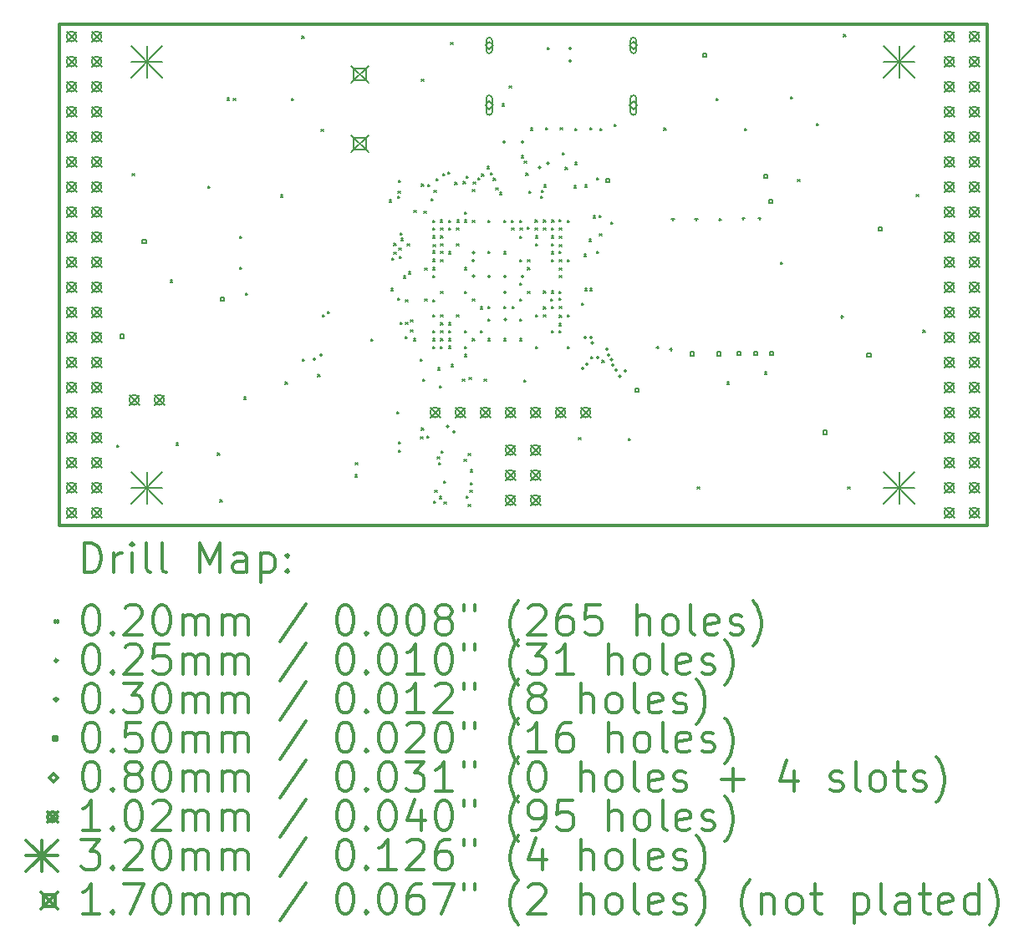
<source format=gbr>
%FSLAX45Y45*%
G04 Gerber Fmt 4.5, Leading zero omitted, Abs format (unit mm)*
G04 Created by KiCad (PCBNEW 4.0.5+dfsg1-4) date Tue May 23 22:35:58 2017*
%MOMM*%
%LPD*%
G01*
G04 APERTURE LIST*
%ADD10C,0.127000*%
%ADD11C,0.300000*%
%ADD12C,0.200000*%
G04 APERTURE END LIST*
D10*
D11*
X9410000Y-6142000D02*
X9410000Y-11222000D01*
X18808000Y-6142000D02*
X9410000Y-6142000D01*
X18808000Y-11222000D02*
X18808000Y-6142000D01*
X9410000Y-11222000D02*
X18808000Y-11222000D01*
D12*
X9998000Y-10410000D02*
X10018000Y-10430000D01*
X10018000Y-10410000D02*
X9998000Y-10430000D01*
X10153120Y-7655925D02*
X10173120Y-7675925D01*
X10173120Y-7655925D02*
X10153120Y-7675925D01*
X10536244Y-8738297D02*
X10556244Y-8758297D01*
X10556244Y-8738297D02*
X10536244Y-8758297D01*
X10598000Y-10390000D02*
X10618000Y-10410000D01*
X10618000Y-10390000D02*
X10598000Y-10410000D01*
X10921500Y-7783000D02*
X10941500Y-7803000D01*
X10941500Y-7783000D02*
X10921500Y-7803000D01*
X11018000Y-10490000D02*
X11038000Y-10510000D01*
X11038000Y-10490000D02*
X11018000Y-10510000D01*
X11042966Y-10966034D02*
X11062966Y-10986034D01*
X11062966Y-10966034D02*
X11042966Y-10986034D01*
X11113000Y-6892500D02*
X11133000Y-6912500D01*
X11133000Y-6892500D02*
X11113000Y-6912500D01*
X11178000Y-6894000D02*
X11198000Y-6914000D01*
X11198000Y-6894000D02*
X11178000Y-6914000D01*
X11241500Y-8291000D02*
X11261500Y-8311000D01*
X11261500Y-8291000D02*
X11241500Y-8311000D01*
X11241500Y-8608500D02*
X11261500Y-8628500D01*
X11261500Y-8608500D02*
X11241500Y-8628500D01*
X11283591Y-9924409D02*
X11303591Y-9944409D01*
X11303591Y-9924409D02*
X11283591Y-9944409D01*
X11298000Y-8870000D02*
X11318000Y-8890000D01*
X11318000Y-8870000D02*
X11298000Y-8890000D01*
X11653864Y-7875029D02*
X11673864Y-7895029D01*
X11673864Y-7875029D02*
X11653864Y-7895029D01*
X11702166Y-9771727D02*
X11722166Y-9791727D01*
X11722166Y-9771727D02*
X11702166Y-9791727D01*
X11764953Y-6894000D02*
X11784953Y-6914000D01*
X11784953Y-6894000D02*
X11764953Y-6914000D01*
X11871085Y-6266089D02*
X11891085Y-6286089D01*
X11891085Y-6266089D02*
X11871085Y-6286089D01*
X11874380Y-9539822D02*
X11894380Y-9559822D01*
X11894380Y-9539822D02*
X11874380Y-9559822D01*
X12033000Y-9695000D02*
X12053000Y-9715000D01*
X12053000Y-9695000D02*
X12033000Y-9715000D01*
X12067000Y-7211500D02*
X12087000Y-7231500D01*
X12087000Y-7211500D02*
X12067000Y-7231500D01*
X12078000Y-9090000D02*
X12098000Y-9110000D01*
X12098000Y-9090000D02*
X12078000Y-9110000D01*
X12130862Y-9053246D02*
X12150862Y-9073246D01*
X12150862Y-9053246D02*
X12130862Y-9073246D01*
X12410242Y-10710764D02*
X12430242Y-10730764D01*
X12430242Y-10710764D02*
X12410242Y-10730764D01*
X12415398Y-10588254D02*
X12435398Y-10608254D01*
X12435398Y-10588254D02*
X12415398Y-10608254D01*
X12572728Y-9335266D02*
X12592728Y-9355266D01*
X12592728Y-9335266D02*
X12572728Y-9355266D01*
X12754366Y-7925556D02*
X12774366Y-7945556D01*
X12774366Y-7925556D02*
X12754366Y-7945556D01*
X12771644Y-8821207D02*
X12791644Y-8841207D01*
X12791644Y-8821207D02*
X12771644Y-8841207D01*
X12784686Y-8512655D02*
X12804686Y-8532655D01*
X12804686Y-8512655D02*
X12784686Y-8532655D01*
X12802348Y-8453784D02*
X12822348Y-8473784D01*
X12822348Y-8453784D02*
X12802348Y-8473784D01*
X12804848Y-8366706D02*
X12824848Y-8386706D01*
X12824848Y-8366706D02*
X12804848Y-8386706D01*
X12834133Y-10069588D02*
X12854133Y-10089588D01*
X12854133Y-10069588D02*
X12834133Y-10089588D01*
X12839057Y-8917988D02*
X12859057Y-8937988D01*
X12859057Y-8917988D02*
X12839057Y-8937988D01*
X12841590Y-7889418D02*
X12861590Y-7909418D01*
X12861590Y-7889418D02*
X12841590Y-7909418D01*
X12846973Y-7836992D02*
X12866973Y-7856992D01*
X12866973Y-7836992D02*
X12846973Y-7856992D01*
X12849525Y-7727781D02*
X12869525Y-7747781D01*
X12869525Y-7727781D02*
X12849525Y-7747781D01*
X12850280Y-10377254D02*
X12870280Y-10397254D01*
X12870280Y-10377254D02*
X12850280Y-10397254D01*
X12851011Y-10461457D02*
X12871011Y-10481457D01*
X12871011Y-10461457D02*
X12851011Y-10481457D01*
X12854575Y-8412225D02*
X12874575Y-8432225D01*
X12874575Y-8412225D02*
X12854575Y-8432225D01*
X12856404Y-8496626D02*
X12876404Y-8516626D01*
X12876404Y-8496626D02*
X12856404Y-8516626D01*
X12864323Y-9162956D02*
X12884323Y-9182956D01*
X12884323Y-9162956D02*
X12864323Y-9182956D01*
X12865984Y-8261009D02*
X12885984Y-8281009D01*
X12885984Y-8261009D02*
X12865984Y-8281009D01*
X12876144Y-8315864D02*
X12896144Y-8335864D01*
X12896144Y-8315864D02*
X12876144Y-8335864D01*
X12899530Y-8694825D02*
X12919530Y-8714825D01*
X12919530Y-8694825D02*
X12899530Y-8714825D01*
X12917915Y-9311667D02*
X12937915Y-9331667D01*
X12937915Y-9311667D02*
X12917915Y-9331667D01*
X12920650Y-9163578D02*
X12940650Y-9183578D01*
X12940650Y-9163578D02*
X12920650Y-9183578D01*
X12923458Y-8938264D02*
X12943458Y-8958264D01*
X12943458Y-8938264D02*
X12923458Y-8958264D01*
X12940061Y-8367799D02*
X12960061Y-8387799D01*
X12960061Y-8367799D02*
X12940061Y-8387799D01*
X12949953Y-8654407D02*
X12969953Y-8674407D01*
X12969953Y-8654407D02*
X12949953Y-8674407D01*
X12973842Y-9243977D02*
X12993842Y-9263977D01*
X12993842Y-9243977D02*
X12973842Y-9263977D01*
X12974244Y-9138787D02*
X12994244Y-9158787D01*
X12994244Y-9138787D02*
X12974244Y-9158787D01*
X13002401Y-9331328D02*
X13022401Y-9351328D01*
X13022401Y-9331328D02*
X13002401Y-9351328D01*
X13007344Y-8029822D02*
X13027344Y-8049822D01*
X13027344Y-8029822D02*
X13007344Y-8049822D01*
X13070707Y-9535414D02*
X13090707Y-9555414D01*
X13090707Y-9535414D02*
X13070707Y-9555414D01*
X13073949Y-10325498D02*
X13093949Y-10345498D01*
X13093949Y-10325498D02*
X13073949Y-10345498D01*
X13081453Y-10236965D02*
X13101453Y-10256965D01*
X13101453Y-10236965D02*
X13081453Y-10256965D01*
X13081984Y-7764262D02*
X13101984Y-7784262D01*
X13101984Y-7764262D02*
X13081984Y-7784262D01*
X13082744Y-6701962D02*
X13102744Y-6721962D01*
X13102744Y-6701962D02*
X13082744Y-6721962D01*
X13093936Y-9738729D02*
X13113936Y-9758729D01*
X13113936Y-9738729D02*
X13093936Y-9758729D01*
X13108000Y-8040000D02*
X13128000Y-8060000D01*
X13128000Y-8040000D02*
X13108000Y-8060000D01*
X13115453Y-8615136D02*
X13135453Y-8635136D01*
X13135453Y-8615136D02*
X13115453Y-8635136D01*
X13118000Y-8930000D02*
X13138000Y-8950000D01*
X13138000Y-8930000D02*
X13118000Y-8950000D01*
X13135385Y-10319621D02*
X13155385Y-10339621D01*
X13155385Y-10319621D02*
X13135385Y-10339621D01*
X13146502Y-7769099D02*
X13166502Y-7789099D01*
X13166502Y-7769099D02*
X13146502Y-7789099D01*
X13178000Y-7910000D02*
X13198000Y-7930000D01*
X13198000Y-7910000D02*
X13178000Y-7930000D01*
X13197765Y-9087799D02*
X13217765Y-9107799D01*
X13217765Y-9087799D02*
X13197765Y-9107799D01*
X13197789Y-8611496D02*
X13217789Y-8631496D01*
X13217789Y-8611496D02*
X13197789Y-8631496D01*
X13197962Y-8527095D02*
X13217962Y-8547095D01*
X13217962Y-8527095D02*
X13197962Y-8547095D01*
X13198000Y-8440334D02*
X13218000Y-8460334D01*
X13218000Y-8440334D02*
X13198000Y-8460334D01*
X13198000Y-8130000D02*
X13218000Y-8150000D01*
X13218000Y-8130000D02*
X13198000Y-8150000D01*
X13198000Y-8207799D02*
X13218000Y-8227799D01*
X13218000Y-8207799D02*
X13198000Y-8227799D01*
X13198000Y-8690000D02*
X13218000Y-8710000D01*
X13218000Y-8690000D02*
X13198000Y-8710000D01*
X13198000Y-8934402D02*
X13218000Y-8954402D01*
X13218000Y-8934402D02*
X13198000Y-8954402D01*
X13198000Y-9250000D02*
X13218000Y-9270000D01*
X13218000Y-9250000D02*
X13198000Y-9270000D01*
X13198000Y-9330000D02*
X13218000Y-9350000D01*
X13218000Y-9330000D02*
X13198000Y-9350000D01*
X13198000Y-9410000D02*
X13218000Y-9430000D01*
X13218000Y-9410000D02*
X13198000Y-9430000D01*
X13198482Y-8287799D02*
X13218482Y-8307799D01*
X13218482Y-8287799D02*
X13198482Y-8307799D01*
X13201744Y-8376602D02*
X13221744Y-8396602D01*
X13221744Y-8376602D02*
X13201744Y-8396602D01*
X13205028Y-10978912D02*
X13225028Y-10998912D01*
X13225028Y-10978912D02*
X13205028Y-10998912D01*
X13211045Y-7827583D02*
X13231045Y-7847583D01*
X13231045Y-7827583D02*
X13211045Y-7847583D01*
X13218000Y-10870000D02*
X13238000Y-10890000D01*
X13238000Y-10870000D02*
X13218000Y-10890000D01*
X13229761Y-7711481D02*
X13249761Y-7731481D01*
X13249761Y-7711481D02*
X13229761Y-7731481D01*
X13244000Y-10530000D02*
X13264000Y-10550000D01*
X13264000Y-10530000D02*
X13244000Y-10550000D01*
X13247282Y-9628386D02*
X13267282Y-9648386D01*
X13267282Y-9628386D02*
X13247282Y-9648386D01*
X13255619Y-10587619D02*
X13275619Y-10607619D01*
X13275619Y-10587619D02*
X13255619Y-10607619D01*
X13264803Y-10932068D02*
X13284803Y-10952068D01*
X13284803Y-10932068D02*
X13264803Y-10952068D01*
X13265267Y-9807892D02*
X13285267Y-9827892D01*
X13285267Y-9807892D02*
X13265267Y-9827892D01*
X13274623Y-9409707D02*
X13294623Y-9429707D01*
X13294623Y-9409707D02*
X13274623Y-9429707D01*
X13275799Y-8129053D02*
X13295799Y-8149053D01*
X13295799Y-8129053D02*
X13275799Y-8149053D01*
X13277580Y-8532199D02*
X13297580Y-8552199D01*
X13297580Y-8532199D02*
X13277580Y-8552199D01*
X13278000Y-8210000D02*
X13298000Y-8230000D01*
X13298000Y-8210000D02*
X13278000Y-8230000D01*
X13278000Y-8290000D02*
X13298000Y-8310000D01*
X13298000Y-8290000D02*
X13278000Y-8310000D01*
X13278000Y-8850000D02*
X13298000Y-8870000D01*
X13298000Y-8850000D02*
X13278000Y-8870000D01*
X13278000Y-9090000D02*
X13298000Y-9110000D01*
X13298000Y-9090000D02*
X13278000Y-9110000D01*
X13278000Y-9170000D02*
X13298000Y-9190000D01*
X13298000Y-9170000D02*
X13278000Y-9190000D01*
X13278000Y-9250000D02*
X13298000Y-9270000D01*
X13298000Y-9250000D02*
X13278000Y-9270000D01*
X13278000Y-9330000D02*
X13298000Y-9350000D01*
X13298000Y-9330000D02*
X13278000Y-9350000D01*
X13278042Y-8446513D02*
X13298042Y-8466513D01*
X13298042Y-8446513D02*
X13278042Y-8466513D01*
X13278650Y-8367799D02*
X13298650Y-8387799D01*
X13298650Y-8367799D02*
X13278650Y-8387799D01*
X13281858Y-10470000D02*
X13301858Y-10490000D01*
X13301858Y-10470000D02*
X13281858Y-10490000D01*
X13299153Y-7658736D02*
X13319153Y-7678736D01*
X13319153Y-7658736D02*
X13299153Y-7678736D01*
X13305701Y-10773989D02*
X13325701Y-10793989D01*
X13325701Y-10773989D02*
X13305701Y-10793989D01*
X13311600Y-10983400D02*
X13331600Y-11003400D01*
X13331600Y-10983400D02*
X13311600Y-11003400D01*
X13349508Y-7643184D02*
X13369508Y-7663184D01*
X13369508Y-7643184D02*
X13349508Y-7663184D01*
X13357194Y-8449520D02*
X13377194Y-8469520D01*
X13377194Y-8449520D02*
X13357194Y-8469520D01*
X13358000Y-8210000D02*
X13378000Y-8230000D01*
X13378000Y-8210000D02*
X13358000Y-8230000D01*
X13358000Y-9170000D02*
X13378000Y-9190000D01*
X13378000Y-9170000D02*
X13358000Y-9190000D01*
X13358000Y-9250000D02*
X13378000Y-9270000D01*
X13378000Y-9250000D02*
X13358000Y-9270000D01*
X13358567Y-9330248D02*
X13378567Y-9350248D01*
X13378567Y-9330248D02*
X13358567Y-9350248D01*
X13359024Y-9408016D02*
X13379024Y-9428016D01*
X13379024Y-9408016D02*
X13359024Y-9428016D01*
X13360201Y-8130000D02*
X13380201Y-8150000D01*
X13380201Y-8130000D02*
X13360201Y-8150000D01*
X13378000Y-6330000D02*
X13398000Y-6350000D01*
X13398000Y-6330000D02*
X13378000Y-6350000D01*
X13381998Y-9593873D02*
X13401998Y-9613873D01*
X13401998Y-9593873D02*
X13381998Y-9613873D01*
X13421411Y-7746423D02*
X13441411Y-7766423D01*
X13441411Y-7746423D02*
X13421411Y-7766423D01*
X13438000Y-8210000D02*
X13458000Y-8230000D01*
X13458000Y-8210000D02*
X13438000Y-8230000D01*
X13438000Y-8370000D02*
X13458000Y-8390000D01*
X13458000Y-8370000D02*
X13438000Y-8390000D01*
X13438000Y-9090000D02*
X13458000Y-9110000D01*
X13458000Y-9090000D02*
X13438000Y-9110000D01*
X13444602Y-8129060D02*
X13464602Y-8149060D01*
X13464602Y-8129060D02*
X13444602Y-8149060D01*
X13498546Y-9743179D02*
X13518546Y-9763179D01*
X13518546Y-9743179D02*
X13498546Y-9763179D01*
X13505812Y-7740288D02*
X13525812Y-7760288D01*
X13525812Y-7740288D02*
X13505812Y-7760288D01*
X13514800Y-10551600D02*
X13534800Y-10571600D01*
X13534800Y-10551600D02*
X13514800Y-10571600D01*
X13517331Y-8851860D02*
X13537331Y-8871860D01*
X13537331Y-8851860D02*
X13517331Y-8871860D01*
X13517488Y-8129060D02*
X13537488Y-8149060D01*
X13537488Y-8129060D02*
X13517488Y-8149060D01*
X13518000Y-8050000D02*
X13538000Y-8070000D01*
X13538000Y-8050000D02*
X13518000Y-8070000D01*
X13518000Y-8610000D02*
X13538000Y-8630000D01*
X13538000Y-8610000D02*
X13518000Y-8630000D01*
X13518000Y-9250000D02*
X13538000Y-9270000D01*
X13538000Y-9250000D02*
X13518000Y-9270000D01*
X13518000Y-9410000D02*
X13538000Y-9430000D01*
X13538000Y-9410000D02*
X13518000Y-9430000D01*
X13518000Y-9490000D02*
X13538000Y-9510000D01*
X13538000Y-9490000D02*
X13518000Y-9510000D01*
X13537195Y-10926588D02*
X13557195Y-10946588D01*
X13557195Y-10926588D02*
X13537195Y-10946588D01*
X13537378Y-7684923D02*
X13557378Y-7704923D01*
X13557378Y-7684923D02*
X13537378Y-7704923D01*
X13558000Y-10493799D02*
X13578000Y-10513799D01*
X13578000Y-10493799D02*
X13558000Y-10513799D01*
X13558000Y-11010000D02*
X13578000Y-11030000D01*
X13578000Y-11010000D02*
X13558000Y-11030000D01*
X13567000Y-9723813D02*
X13587000Y-9743813D01*
X13587000Y-9723813D02*
X13567000Y-9743813D01*
X13575325Y-10869239D02*
X13595325Y-10889239D01*
X13595325Y-10869239D02*
X13575325Y-10889239D01*
X13575519Y-10792264D02*
X13595519Y-10812264D01*
X13595519Y-10792264D02*
X13575519Y-10812264D01*
X13578416Y-10659601D02*
X13598416Y-10679601D01*
X13598416Y-10659601D02*
X13578416Y-10679601D01*
X13598000Y-8130000D02*
X13618000Y-8150000D01*
X13618000Y-8130000D02*
X13598000Y-8150000D01*
X13598000Y-9330000D02*
X13618000Y-9350000D01*
X13618000Y-9330000D02*
X13598000Y-9350000D01*
X13598517Y-8929483D02*
X13618517Y-8949483D01*
X13618517Y-8929483D02*
X13598517Y-8949483D01*
X13600201Y-7816859D02*
X13620201Y-7836859D01*
X13620201Y-7816859D02*
X13600201Y-7836859D01*
X13607038Y-7743099D02*
X13627038Y-7763099D01*
X13627038Y-7743099D02*
X13607038Y-7763099D01*
X13654520Y-7700918D02*
X13674520Y-7720918D01*
X13674520Y-7700918D02*
X13654520Y-7720918D01*
X13678000Y-9250000D02*
X13698000Y-9270000D01*
X13698000Y-9250000D02*
X13678000Y-9270000D01*
X13678517Y-9009483D02*
X13698517Y-9029483D01*
X13698517Y-9009483D02*
X13678517Y-9029483D01*
X13692375Y-7664252D02*
X13712375Y-7684252D01*
X13712375Y-7664252D02*
X13692375Y-7684252D01*
X13718870Y-9743874D02*
X13738870Y-9763874D01*
X13738870Y-9743874D02*
X13718870Y-9763874D01*
X13748934Y-7587419D02*
X13768934Y-7607419D01*
X13768934Y-7587419D02*
X13748934Y-7607419D01*
X13756589Y-9130245D02*
X13776589Y-9150245D01*
X13776589Y-9130245D02*
X13756589Y-9150245D01*
X13758000Y-8130000D02*
X13778000Y-8150000D01*
X13778000Y-8130000D02*
X13758000Y-8150000D01*
X13758000Y-9007299D02*
X13778000Y-9027299D01*
X13778000Y-9007299D02*
X13758000Y-9027299D01*
X13758000Y-9330000D02*
X13778000Y-9350000D01*
X13778000Y-9330000D02*
X13758000Y-9350000D01*
X13758056Y-8443409D02*
X13778056Y-8463409D01*
X13778056Y-8443409D02*
X13758056Y-8463409D01*
X13780635Y-7647724D02*
X13800635Y-7667724D01*
X13800635Y-7647724D02*
X13780635Y-7667724D01*
X13812336Y-7706418D02*
X13832336Y-7726418D01*
X13832336Y-7706418D02*
X13812336Y-7726418D01*
X13837475Y-7801776D02*
X13857475Y-7821776D01*
X13857475Y-7801776D02*
X13837475Y-7821776D01*
X13875738Y-7850080D02*
X13895738Y-7870080D01*
X13895738Y-7850080D02*
X13875738Y-7870080D01*
X13898000Y-6950000D02*
X13918000Y-6970000D01*
X13918000Y-6950000D02*
X13898000Y-6970000D01*
X13917252Y-8451135D02*
X13937252Y-8471135D01*
X13937252Y-8451135D02*
X13917252Y-8471135D01*
X13918000Y-8130000D02*
X13938000Y-8150000D01*
X13938000Y-8130000D02*
X13918000Y-8150000D01*
X13918000Y-9002299D02*
X13938000Y-9022299D01*
X13938000Y-9002299D02*
X13918000Y-9022299D01*
X13918000Y-9330000D02*
X13938000Y-9350000D01*
X13938000Y-9330000D02*
X13918000Y-9350000D01*
X13972000Y-6767000D02*
X13992000Y-6787000D01*
X13992000Y-6767000D02*
X13972000Y-6787000D01*
X13993599Y-8130000D02*
X14013599Y-8150000D01*
X14013599Y-8130000D02*
X13993599Y-8150000D01*
X13998000Y-8210000D02*
X14018000Y-8230000D01*
X14018000Y-8210000D02*
X13998000Y-8230000D01*
X13999489Y-9002299D02*
X14019489Y-9022299D01*
X14019489Y-9002299D02*
X13999489Y-9022299D01*
X14076403Y-8294140D02*
X14096403Y-8314140D01*
X14096403Y-8294140D02*
X14076403Y-8314140D01*
X14077419Y-9133335D02*
X14097419Y-9153335D01*
X14097419Y-9133335D02*
X14077419Y-9153335D01*
X14078000Y-8130000D02*
X14098000Y-8150000D01*
X14098000Y-8130000D02*
X14078000Y-8150000D01*
X14078000Y-8530000D02*
X14098000Y-8550000D01*
X14098000Y-8530000D02*
X14078000Y-8550000D01*
X14078000Y-8770000D02*
X14098000Y-8790000D01*
X14098000Y-8770000D02*
X14078000Y-8790000D01*
X14078000Y-8930000D02*
X14098000Y-8950000D01*
X14098000Y-8930000D02*
X14078000Y-8950000D01*
X14078000Y-9330000D02*
X14098000Y-9350000D01*
X14098000Y-9330000D02*
X14078000Y-9350000D01*
X14082401Y-8207928D02*
X14102401Y-8227928D01*
X14102401Y-8207928D02*
X14082401Y-8227928D01*
X14094664Y-7477380D02*
X14114664Y-7497380D01*
X14114664Y-7477380D02*
X14094664Y-7497380D01*
X14118000Y-9750000D02*
X14138000Y-9770000D01*
X14138000Y-9750000D02*
X14118000Y-9770000D01*
X14122988Y-7531564D02*
X14142988Y-7551564D01*
X14142988Y-7531564D02*
X14122988Y-7551564D01*
X14139991Y-7654792D02*
X14159991Y-7674792D01*
X14159991Y-7654792D02*
X14139991Y-7674792D01*
X14155799Y-8203034D02*
X14175799Y-8223034D01*
X14175799Y-8203034D02*
X14155799Y-8223034D01*
X14158000Y-8530000D02*
X14178000Y-8550000D01*
X14178000Y-8530000D02*
X14158000Y-8550000D01*
X14158000Y-8610000D02*
X14178000Y-8630000D01*
X14178000Y-8610000D02*
X14158000Y-8630000D01*
X14158000Y-8850000D02*
X14178000Y-8870000D01*
X14178000Y-8850000D02*
X14158000Y-8870000D01*
X14172011Y-7834694D02*
X14192011Y-7854694D01*
X14192011Y-7834694D02*
X14172011Y-7854694D01*
X14189303Y-7195617D02*
X14209303Y-7215617D01*
X14209303Y-7195617D02*
X14189303Y-7215617D01*
X14235799Y-8128224D02*
X14255799Y-8148224D01*
X14255799Y-8128224D02*
X14235799Y-8148224D01*
X14235799Y-8209139D02*
X14255799Y-8229139D01*
X14255799Y-8209139D02*
X14235799Y-8229139D01*
X14237355Y-8289891D02*
X14257355Y-8309891D01*
X14257355Y-8289891D02*
X14237355Y-8309891D01*
X14238000Y-8370000D02*
X14258000Y-8390000D01*
X14258000Y-8370000D02*
X14238000Y-8390000D01*
X14238000Y-9090000D02*
X14258000Y-9110000D01*
X14258000Y-9090000D02*
X14238000Y-9110000D01*
X14238000Y-9410000D02*
X14258000Y-9430000D01*
X14258000Y-9410000D02*
X14238000Y-9430000D01*
X14292031Y-7887926D02*
X14312031Y-7907926D01*
X14312031Y-7887926D02*
X14292031Y-7907926D01*
X14298723Y-7827519D02*
X14318723Y-7847519D01*
X14318723Y-7827519D02*
X14298723Y-7847519D01*
X14317803Y-8849503D02*
X14337803Y-8869503D01*
X14337803Y-8849503D02*
X14317803Y-8869503D01*
X14318000Y-9090000D02*
X14338000Y-9110000D01*
X14338000Y-9090000D02*
X14318000Y-9110000D01*
X14318182Y-9010195D02*
X14338182Y-9030195D01*
X14338182Y-9010195D02*
X14318182Y-9030195D01*
X14320201Y-8128173D02*
X14340201Y-8148173D01*
X14340201Y-8128173D02*
X14320201Y-8148173D01*
X14320201Y-8209499D02*
X14340201Y-8229499D01*
X14340201Y-8209499D02*
X14320201Y-8229499D01*
X14322321Y-7773748D02*
X14342321Y-7793748D01*
X14342321Y-7773748D02*
X14322321Y-7793748D01*
X14338578Y-7193017D02*
X14358578Y-7213017D01*
X14358578Y-7193017D02*
X14338578Y-7213017D01*
X14358000Y-6380000D02*
X14378000Y-6400000D01*
X14378000Y-6380000D02*
X14358000Y-6400000D01*
X14393579Y-8929761D02*
X14413579Y-8949761D01*
X14413579Y-8929761D02*
X14393579Y-8949761D01*
X14397690Y-8208645D02*
X14417690Y-8228645D01*
X14417690Y-8208645D02*
X14397690Y-8228645D01*
X14398000Y-8290000D02*
X14418000Y-8310000D01*
X14418000Y-8290000D02*
X14398000Y-8310000D01*
X14398000Y-8370000D02*
X14418000Y-8390000D01*
X14418000Y-8370000D02*
X14398000Y-8390000D01*
X14398000Y-8450000D02*
X14418000Y-8470000D01*
X14418000Y-8450000D02*
X14398000Y-8470000D01*
X14398000Y-9250000D02*
X14418000Y-9270000D01*
X14418000Y-9250000D02*
X14398000Y-9270000D01*
X14398052Y-8529722D02*
X14418052Y-8549722D01*
X14418052Y-8529722D02*
X14398052Y-8549722D01*
X14398242Y-9003286D02*
X14418242Y-9023286D01*
X14418242Y-9003286D02*
X14398242Y-9023286D01*
X14398283Y-8848451D02*
X14418283Y-8868451D01*
X14418283Y-8848451D02*
X14398283Y-8868451D01*
X14404602Y-8127478D02*
X14424602Y-8147478D01*
X14424602Y-8127478D02*
X14404602Y-8147478D01*
X14476639Y-8123398D02*
X14496639Y-8143398D01*
X14496639Y-8123398D02*
X14476639Y-8143398D01*
X14476942Y-8918885D02*
X14496942Y-8938885D01*
X14496942Y-8918885D02*
X14476942Y-8938885D01*
X14477765Y-8852201D02*
X14497765Y-8872201D01*
X14497765Y-8852201D02*
X14477765Y-8872201D01*
X14477769Y-8443293D02*
X14497769Y-8463293D01*
X14497769Y-8443293D02*
X14477769Y-8463293D01*
X14478235Y-9247799D02*
X14498235Y-9267799D01*
X14498235Y-9247799D02*
X14478235Y-9267799D01*
X14478278Y-9177765D02*
X14498278Y-9197765D01*
X14498278Y-9177765D02*
X14478278Y-9197765D01*
X14478509Y-8207799D02*
X14498509Y-8227799D01*
X14498509Y-8207799D02*
X14478509Y-8227799D01*
X14478522Y-9092124D02*
X14498522Y-9112124D01*
X14498522Y-9092124D02*
X14478522Y-9112124D01*
X14478569Y-9003286D02*
X14498569Y-9023286D01*
X14498569Y-9003286D02*
X14478569Y-9023286D01*
X14478654Y-8528519D02*
X14498654Y-8548519D01*
X14498654Y-8528519D02*
X14478654Y-8548519D01*
X14478856Y-8689382D02*
X14498856Y-8709382D01*
X14498856Y-8689382D02*
X14478856Y-8709382D01*
X14479038Y-8376602D02*
X14499038Y-8396602D01*
X14499038Y-8376602D02*
X14479038Y-8396602D01*
X14479410Y-8292201D02*
X14499410Y-8312201D01*
X14499410Y-8292201D02*
X14479410Y-8312201D01*
X14480128Y-8616874D02*
X14500128Y-8636874D01*
X14500128Y-8616874D02*
X14480128Y-8636874D01*
X14489572Y-7194354D02*
X14509572Y-7214354D01*
X14509572Y-7194354D02*
X14489572Y-7214354D01*
X14507287Y-7447730D02*
X14527287Y-7467730D01*
X14527287Y-7447730D02*
X14507287Y-7467730D01*
X14539401Y-7595533D02*
X14559401Y-7615533D01*
X14559401Y-7595533D02*
X14539401Y-7615533D01*
X14558000Y-8130000D02*
X14578000Y-8150000D01*
X14578000Y-8130000D02*
X14558000Y-8150000D01*
X14558000Y-8532201D02*
X14578000Y-8552201D01*
X14578000Y-8532201D02*
X14558000Y-8552201D01*
X14558000Y-9090000D02*
X14578000Y-9110000D01*
X14578000Y-9090000D02*
X14558000Y-9110000D01*
X14558000Y-9410000D02*
X14578000Y-9430000D01*
X14578000Y-9410000D02*
X14558000Y-9430000D01*
X14628717Y-7781899D02*
X14648717Y-7801899D01*
X14648717Y-7781899D02*
X14628717Y-7801899D01*
X14635665Y-7542833D02*
X14655665Y-7562833D01*
X14655665Y-7542833D02*
X14635665Y-7562833D01*
X14637220Y-7201944D02*
X14657220Y-7221944D01*
X14657220Y-7201944D02*
X14637220Y-7221944D01*
X14674429Y-10335274D02*
X14694429Y-10355274D01*
X14694429Y-10335274D02*
X14674429Y-10355274D01*
X14702593Y-8970288D02*
X14722593Y-8990288D01*
X14722593Y-8970288D02*
X14702593Y-8990288D01*
X14732247Y-8475859D02*
X14752247Y-8495859D01*
X14752247Y-8475859D02*
X14732247Y-8495859D01*
X14737067Y-8822484D02*
X14757067Y-8842484D01*
X14757067Y-8822484D02*
X14737067Y-8842484D01*
X14738000Y-7772201D02*
X14758000Y-7792201D01*
X14758000Y-7772201D02*
X14738000Y-7792201D01*
X14779417Y-8323581D02*
X14799417Y-8343581D01*
X14799417Y-8323581D02*
X14779417Y-8343581D01*
X14788736Y-7194805D02*
X14808736Y-7214805D01*
X14808736Y-7194805D02*
X14788736Y-7214805D01*
X14789768Y-8822484D02*
X14809768Y-8842484D01*
X14809768Y-8822484D02*
X14789768Y-8842484D01*
X14797412Y-9512933D02*
X14817412Y-9532933D01*
X14817412Y-9512933D02*
X14797412Y-9532933D01*
X14823777Y-8087578D02*
X14843777Y-8107578D01*
X14843777Y-8087578D02*
X14823777Y-8107578D01*
X14853988Y-7702493D02*
X14873988Y-7722493D01*
X14873988Y-7702493D02*
X14853988Y-7722493D01*
X14856880Y-8445039D02*
X14876880Y-8465039D01*
X14876880Y-8445039D02*
X14856880Y-8465039D01*
X14883585Y-8079901D02*
X14903585Y-8099901D01*
X14903585Y-8079901D02*
X14883585Y-8099901D01*
X14887565Y-8265534D02*
X14907565Y-8285534D01*
X14907565Y-8265534D02*
X14887565Y-8285534D01*
X14889119Y-7199368D02*
X14909119Y-7219368D01*
X14909119Y-7199368D02*
X14889119Y-7219368D01*
X14910771Y-9550529D02*
X14930771Y-9570529D01*
X14930771Y-9550529D02*
X14910771Y-9570529D01*
X14998000Y-8150000D02*
X15018000Y-8170000D01*
X15018000Y-8150000D02*
X14998000Y-8170000D01*
X15035722Y-7157236D02*
X15055722Y-7177236D01*
X15055722Y-7157236D02*
X15035722Y-7177236D01*
X15179638Y-10341072D02*
X15199638Y-10361072D01*
X15199638Y-10341072D02*
X15179638Y-10361072D01*
X15538000Y-7197896D02*
X15558000Y-7217896D01*
X15558000Y-7197896D02*
X15538000Y-7217896D01*
X15877000Y-10831000D02*
X15897000Y-10851000D01*
X15897000Y-10831000D02*
X15877000Y-10851000D01*
X16067500Y-6894000D02*
X16087500Y-6914000D01*
X16087500Y-6894000D02*
X16067500Y-6914000D01*
X16178000Y-9770000D02*
X16198000Y-9790000D01*
X16198000Y-9770000D02*
X16178000Y-9790000D01*
X16353258Y-7199647D02*
X16373258Y-7219647D01*
X16373258Y-7199647D02*
X16353258Y-7219647D01*
X16558000Y-9670000D02*
X16578000Y-9690000D01*
X16578000Y-9670000D02*
X16558000Y-9690000D01*
X16717617Y-8553865D02*
X16737617Y-8573865D01*
X16737617Y-8553865D02*
X16717617Y-8573865D01*
X16821917Y-6878201D02*
X16841917Y-6898201D01*
X16841917Y-6878201D02*
X16821917Y-6898201D01*
X16893000Y-7719500D02*
X16913000Y-7739500D01*
X16913000Y-7719500D02*
X16893000Y-7739500D01*
X17083500Y-7148000D02*
X17103500Y-7168000D01*
X17103500Y-7148000D02*
X17083500Y-7168000D01*
X17358000Y-6250000D02*
X17378000Y-6270000D01*
X17378000Y-6250000D02*
X17358000Y-6270000D01*
X17401000Y-10831000D02*
X17421000Y-10851000D01*
X17421000Y-10831000D02*
X17401000Y-10851000D01*
X18096500Y-7868500D02*
X18116500Y-7888500D01*
X18116500Y-7868500D02*
X18096500Y-7888500D01*
X18163000Y-9245000D02*
X18183000Y-9265000D01*
X18183000Y-9245000D02*
X18163000Y-9265000D01*
X12010516Y-9541295D02*
G75*
G03X12010516Y-9541295I-12700J0D01*
G01*
X12076103Y-9497760D02*
G75*
G03X12076103Y-9497760I-12700J0D01*
G01*
X13357629Y-10223262D02*
G75*
G03X13357629Y-10223262I-12700J0D01*
G01*
X13420141Y-10275223D02*
G75*
G03X13420141Y-10275223I-12700J0D01*
G01*
X13620700Y-8460000D02*
G75*
G03X13620700Y-8460000I-12700J0D01*
G01*
X13620700Y-8540000D02*
G75*
G03X13620700Y-8540000I-12700J0D01*
G01*
X13623799Y-8699540D02*
G75*
G03X13623799Y-8699540I-12700J0D01*
G01*
X13780700Y-8700000D02*
G75*
G03X13780700Y-8700000I-12700J0D01*
G01*
X13931242Y-7337804D02*
G75*
G03X13931242Y-7337804I-12700J0D01*
G01*
X13940700Y-8700000D02*
G75*
G03X13940700Y-8700000I-12700J0D01*
G01*
X13940700Y-8860000D02*
G75*
G03X13940700Y-8860000I-12700J0D01*
G01*
X13943964Y-9135970D02*
G75*
G03X13943964Y-9135970I-12700J0D01*
G01*
X14115614Y-7339101D02*
G75*
G03X14115614Y-7339101I-12700J0D01*
G01*
X14116986Y-8699500D02*
G75*
G03X14116986Y-8699500I-12700J0D01*
G01*
X14290285Y-7593915D02*
G75*
G03X14290285Y-7593915I-12700J0D01*
G01*
X14375267Y-7552125D02*
G75*
G03X14375267Y-7552125I-12700J0D01*
G01*
X14597886Y-6518923D02*
G75*
G03X14597886Y-6518923I-12700J0D01*
G01*
X14600073Y-6392085D02*
G75*
G03X14600073Y-6392085I-12700J0D01*
G01*
X14726708Y-9633992D02*
G75*
G03X14726708Y-9633992I-12700J0D01*
G01*
X14752909Y-9320901D02*
G75*
G03X14752909Y-9320901I-12700J0D01*
G01*
X14766147Y-9591326D02*
G75*
G03X14766147Y-9591326I-12700J0D01*
G01*
X14810990Y-9319373D02*
G75*
G03X14810990Y-9319373I-12700J0D01*
G01*
X14823724Y-9376062D02*
G75*
G03X14823724Y-9376062I-12700J0D01*
G01*
X14878093Y-9523995D02*
G75*
G03X14878093Y-9523995I-12700J0D01*
G01*
X14974686Y-9437887D02*
G75*
G03X14974686Y-9437887I-12700J0D01*
G01*
X14990624Y-9494419D02*
G75*
G03X14990624Y-9494419I-12700J0D01*
G01*
X15019903Y-9544603D02*
G75*
G03X15019903Y-9544603I-12700J0D01*
G01*
X15032486Y-9601326D02*
G75*
G03X15032486Y-9601326I-12700J0D01*
G01*
X15064591Y-9649751D02*
G75*
G03X15064591Y-9649751I-12700J0D01*
G01*
X15102216Y-9710492D02*
G75*
G03X15102216Y-9710492I-12700J0D01*
G01*
X15155392Y-9658465D02*
G75*
G03X15155392Y-9658465I-12700J0D01*
G01*
X15472629Y-9402136D02*
X15472629Y-9432136D01*
X15457629Y-9417136D02*
X15487629Y-9417136D01*
X15607711Y-9423078D02*
X15607711Y-9453078D01*
X15592711Y-9438078D02*
X15622711Y-9438078D01*
X15628000Y-8106084D02*
X15628000Y-8136084D01*
X15613000Y-8121084D02*
X15643000Y-8121084D01*
X15868000Y-8106084D02*
X15868000Y-8136084D01*
X15853000Y-8121084D02*
X15883000Y-8121084D01*
X16106799Y-8106612D02*
X16106799Y-8136612D01*
X16091799Y-8121612D02*
X16121799Y-8121612D01*
X16342203Y-8097066D02*
X16342203Y-8127066D01*
X16327203Y-8112066D02*
X16357203Y-8112066D01*
X16505661Y-8096283D02*
X16505661Y-8126283D01*
X16490661Y-8111283D02*
X16520661Y-8111283D01*
X17342338Y-9092688D02*
X17342338Y-9122688D01*
X17327338Y-9107688D02*
X17357338Y-9107688D01*
X10065668Y-9324068D02*
X10065668Y-9288713D01*
X10030313Y-9288713D01*
X10030313Y-9324068D01*
X10065668Y-9324068D01*
X10290863Y-8366301D02*
X10290863Y-8330946D01*
X10255507Y-8330946D01*
X10255507Y-8366301D01*
X10290863Y-8366301D01*
X11079415Y-8946398D02*
X11079415Y-8911042D01*
X11044059Y-8911042D01*
X11044059Y-8946398D01*
X11079415Y-8946398D01*
X14988751Y-7746651D02*
X14988751Y-7711296D01*
X14953396Y-7711296D01*
X14953396Y-7746651D01*
X14988751Y-7746651D01*
X15279782Y-9869675D02*
X15279782Y-9834319D01*
X15244427Y-9834319D01*
X15244427Y-9869675D01*
X15279782Y-9869675D01*
X15841046Y-9502939D02*
X15841046Y-9467584D01*
X15805691Y-9467584D01*
X15805691Y-9502939D01*
X15841046Y-9502939D01*
X15965678Y-6477678D02*
X15965678Y-6442322D01*
X15930322Y-6442322D01*
X15930322Y-6477678D01*
X15965678Y-6477678D01*
X16108519Y-9502730D02*
X16108519Y-9467375D01*
X16073163Y-9467375D01*
X16073163Y-9502730D01*
X16108519Y-9502730D01*
X16316953Y-9499696D02*
X16316953Y-9464341D01*
X16281597Y-9464341D01*
X16281597Y-9499696D01*
X16316953Y-9499696D01*
X16483055Y-9500233D02*
X16483055Y-9464877D01*
X16447699Y-9464877D01*
X16447699Y-9500233D01*
X16483055Y-9500233D01*
X16583377Y-7700284D02*
X16583377Y-7664928D01*
X16548021Y-7664928D01*
X16548021Y-7700284D01*
X16583377Y-7700284D01*
X16637070Y-7956567D02*
X16637070Y-7921212D01*
X16601714Y-7921212D01*
X16601714Y-7956567D01*
X16637070Y-7956567D01*
X16645678Y-9497678D02*
X16645678Y-9462322D01*
X16610322Y-9462322D01*
X16610322Y-9497678D01*
X16645678Y-9497678D01*
X17186824Y-10298173D02*
X17186824Y-10262818D01*
X17151468Y-10262818D01*
X17151468Y-10298173D01*
X17186824Y-10298173D01*
X17631124Y-9512232D02*
X17631124Y-9476876D01*
X17595768Y-9476876D01*
X17595768Y-9512232D01*
X17631124Y-9512232D01*
X17746996Y-8239485D02*
X17746996Y-8204130D01*
X17711641Y-8204130D01*
X17711641Y-8239485D01*
X17746996Y-8239485D01*
X13768000Y-6400000D02*
X13808000Y-6360000D01*
X13768000Y-6320000D01*
X13728000Y-6360000D01*
X13768000Y-6400000D01*
X13738000Y-6310000D02*
X13738000Y-6410000D01*
X13798000Y-6310000D02*
X13798000Y-6410000D01*
X13738000Y-6410000D02*
G75*
G03X13798000Y-6410000I30000J0D01*
G01*
X13798000Y-6310000D02*
G75*
G03X13738000Y-6310000I-30000J0D01*
G01*
X13768000Y-7005000D02*
X13808000Y-6965000D01*
X13768000Y-6925000D01*
X13728000Y-6965000D01*
X13768000Y-7005000D01*
X13738000Y-6895000D02*
X13738000Y-7035000D01*
X13798000Y-6895000D02*
X13798000Y-7035000D01*
X13738000Y-7035000D02*
G75*
G03X13798000Y-7035000I30000J0D01*
G01*
X13798000Y-6895000D02*
G75*
G03X13738000Y-6895000I-30000J0D01*
G01*
X15228000Y-6400000D02*
X15268000Y-6360000D01*
X15228000Y-6320000D01*
X15188000Y-6360000D01*
X15228000Y-6400000D01*
X15198000Y-6310000D02*
X15198000Y-6410000D01*
X15258000Y-6310000D02*
X15258000Y-6410000D01*
X15198000Y-6410000D02*
G75*
G03X15258000Y-6410000I30000J0D01*
G01*
X15258000Y-6310000D02*
G75*
G03X15198000Y-6310000I-30000J0D01*
G01*
X15228000Y-7005000D02*
X15268000Y-6965000D01*
X15228000Y-6925000D01*
X15188000Y-6965000D01*
X15228000Y-7005000D01*
X15198000Y-6895000D02*
X15198000Y-7035000D01*
X15258000Y-6895000D02*
X15258000Y-7035000D01*
X15198000Y-7035000D02*
G75*
G03X15258000Y-7035000I30000J0D01*
G01*
X15258000Y-6895000D02*
G75*
G03X15198000Y-6895000I-30000J0D01*
G01*
X9486200Y-6218200D02*
X9587800Y-6319800D01*
X9587800Y-6218200D02*
X9486200Y-6319800D01*
X9587800Y-6269000D02*
G75*
G03X9587800Y-6269000I-50800J0D01*
G01*
X9486200Y-6472200D02*
X9587800Y-6573800D01*
X9587800Y-6472200D02*
X9486200Y-6573800D01*
X9587800Y-6523000D02*
G75*
G03X9587800Y-6523000I-50800J0D01*
G01*
X9486200Y-6726200D02*
X9587800Y-6827800D01*
X9587800Y-6726200D02*
X9486200Y-6827800D01*
X9587800Y-6777000D02*
G75*
G03X9587800Y-6777000I-50800J0D01*
G01*
X9486200Y-6980200D02*
X9587800Y-7081800D01*
X9587800Y-6980200D02*
X9486200Y-7081800D01*
X9587800Y-7031000D02*
G75*
G03X9587800Y-7031000I-50800J0D01*
G01*
X9486200Y-7234200D02*
X9587800Y-7335800D01*
X9587800Y-7234200D02*
X9486200Y-7335800D01*
X9587800Y-7285000D02*
G75*
G03X9587800Y-7285000I-50800J0D01*
G01*
X9486200Y-7488200D02*
X9587800Y-7589800D01*
X9587800Y-7488200D02*
X9486200Y-7589800D01*
X9587800Y-7539000D02*
G75*
G03X9587800Y-7539000I-50800J0D01*
G01*
X9486200Y-7742200D02*
X9587800Y-7843800D01*
X9587800Y-7742200D02*
X9486200Y-7843800D01*
X9587800Y-7793000D02*
G75*
G03X9587800Y-7793000I-50800J0D01*
G01*
X9486200Y-7996200D02*
X9587800Y-8097800D01*
X9587800Y-7996200D02*
X9486200Y-8097800D01*
X9587800Y-8047000D02*
G75*
G03X9587800Y-8047000I-50800J0D01*
G01*
X9486200Y-8250200D02*
X9587800Y-8351800D01*
X9587800Y-8250200D02*
X9486200Y-8351800D01*
X9587800Y-8301000D02*
G75*
G03X9587800Y-8301000I-50800J0D01*
G01*
X9486200Y-8504200D02*
X9587800Y-8605800D01*
X9587800Y-8504200D02*
X9486200Y-8605800D01*
X9587800Y-8555000D02*
G75*
G03X9587800Y-8555000I-50800J0D01*
G01*
X9486200Y-8758200D02*
X9587800Y-8859800D01*
X9587800Y-8758200D02*
X9486200Y-8859800D01*
X9587800Y-8809000D02*
G75*
G03X9587800Y-8809000I-50800J0D01*
G01*
X9486200Y-9012200D02*
X9587800Y-9113800D01*
X9587800Y-9012200D02*
X9486200Y-9113800D01*
X9587800Y-9063000D02*
G75*
G03X9587800Y-9063000I-50800J0D01*
G01*
X9486200Y-9266200D02*
X9587800Y-9367800D01*
X9587800Y-9266200D02*
X9486200Y-9367800D01*
X9587800Y-9317000D02*
G75*
G03X9587800Y-9317000I-50800J0D01*
G01*
X9486200Y-9520200D02*
X9587800Y-9621800D01*
X9587800Y-9520200D02*
X9486200Y-9621800D01*
X9587800Y-9571000D02*
G75*
G03X9587800Y-9571000I-50800J0D01*
G01*
X9486200Y-9774200D02*
X9587800Y-9875800D01*
X9587800Y-9774200D02*
X9486200Y-9875800D01*
X9587800Y-9825000D02*
G75*
G03X9587800Y-9825000I-50800J0D01*
G01*
X9486200Y-10028200D02*
X9587800Y-10129800D01*
X9587800Y-10028200D02*
X9486200Y-10129800D01*
X9587800Y-10079000D02*
G75*
G03X9587800Y-10079000I-50800J0D01*
G01*
X9486200Y-10282200D02*
X9587800Y-10383800D01*
X9587800Y-10282200D02*
X9486200Y-10383800D01*
X9587800Y-10333000D02*
G75*
G03X9587800Y-10333000I-50800J0D01*
G01*
X9486200Y-10536200D02*
X9587800Y-10637800D01*
X9587800Y-10536200D02*
X9486200Y-10637800D01*
X9587800Y-10587000D02*
G75*
G03X9587800Y-10587000I-50800J0D01*
G01*
X9486200Y-10790200D02*
X9587800Y-10891800D01*
X9587800Y-10790200D02*
X9486200Y-10891800D01*
X9587800Y-10841000D02*
G75*
G03X9587800Y-10841000I-50800J0D01*
G01*
X9486200Y-11044200D02*
X9587800Y-11145800D01*
X9587800Y-11044200D02*
X9486200Y-11145800D01*
X9587800Y-11095000D02*
G75*
G03X9587800Y-11095000I-50800J0D01*
G01*
X9740200Y-6218200D02*
X9841800Y-6319800D01*
X9841800Y-6218200D02*
X9740200Y-6319800D01*
X9841800Y-6269000D02*
G75*
G03X9841800Y-6269000I-50800J0D01*
G01*
X9740200Y-6472200D02*
X9841800Y-6573800D01*
X9841800Y-6472200D02*
X9740200Y-6573800D01*
X9841800Y-6523000D02*
G75*
G03X9841800Y-6523000I-50800J0D01*
G01*
X9740200Y-6726200D02*
X9841800Y-6827800D01*
X9841800Y-6726200D02*
X9740200Y-6827800D01*
X9841800Y-6777000D02*
G75*
G03X9841800Y-6777000I-50800J0D01*
G01*
X9740200Y-6980200D02*
X9841800Y-7081800D01*
X9841800Y-6980200D02*
X9740200Y-7081800D01*
X9841800Y-7031000D02*
G75*
G03X9841800Y-7031000I-50800J0D01*
G01*
X9740200Y-7234200D02*
X9841800Y-7335800D01*
X9841800Y-7234200D02*
X9740200Y-7335800D01*
X9841800Y-7285000D02*
G75*
G03X9841800Y-7285000I-50800J0D01*
G01*
X9740200Y-7488200D02*
X9841800Y-7589800D01*
X9841800Y-7488200D02*
X9740200Y-7589800D01*
X9841800Y-7539000D02*
G75*
G03X9841800Y-7539000I-50800J0D01*
G01*
X9740200Y-7742200D02*
X9841800Y-7843800D01*
X9841800Y-7742200D02*
X9740200Y-7843800D01*
X9841800Y-7793000D02*
G75*
G03X9841800Y-7793000I-50800J0D01*
G01*
X9740200Y-7996200D02*
X9841800Y-8097800D01*
X9841800Y-7996200D02*
X9740200Y-8097800D01*
X9841800Y-8047000D02*
G75*
G03X9841800Y-8047000I-50800J0D01*
G01*
X9740200Y-8250200D02*
X9841800Y-8351800D01*
X9841800Y-8250200D02*
X9740200Y-8351800D01*
X9841800Y-8301000D02*
G75*
G03X9841800Y-8301000I-50800J0D01*
G01*
X9740200Y-8504200D02*
X9841800Y-8605800D01*
X9841800Y-8504200D02*
X9740200Y-8605800D01*
X9841800Y-8555000D02*
G75*
G03X9841800Y-8555000I-50800J0D01*
G01*
X9740200Y-8758200D02*
X9841800Y-8859800D01*
X9841800Y-8758200D02*
X9740200Y-8859800D01*
X9841800Y-8809000D02*
G75*
G03X9841800Y-8809000I-50800J0D01*
G01*
X9740200Y-9012200D02*
X9841800Y-9113800D01*
X9841800Y-9012200D02*
X9740200Y-9113800D01*
X9841800Y-9063000D02*
G75*
G03X9841800Y-9063000I-50800J0D01*
G01*
X9740200Y-9266200D02*
X9841800Y-9367800D01*
X9841800Y-9266200D02*
X9740200Y-9367800D01*
X9841800Y-9317000D02*
G75*
G03X9841800Y-9317000I-50800J0D01*
G01*
X9740200Y-9520200D02*
X9841800Y-9621800D01*
X9841800Y-9520200D02*
X9740200Y-9621800D01*
X9841800Y-9571000D02*
G75*
G03X9841800Y-9571000I-50800J0D01*
G01*
X9740200Y-9774200D02*
X9841800Y-9875800D01*
X9841800Y-9774200D02*
X9740200Y-9875800D01*
X9841800Y-9825000D02*
G75*
G03X9841800Y-9825000I-50800J0D01*
G01*
X9740200Y-10028200D02*
X9841800Y-10129800D01*
X9841800Y-10028200D02*
X9740200Y-10129800D01*
X9841800Y-10079000D02*
G75*
G03X9841800Y-10079000I-50800J0D01*
G01*
X9740200Y-10282200D02*
X9841800Y-10383800D01*
X9841800Y-10282200D02*
X9740200Y-10383800D01*
X9841800Y-10333000D02*
G75*
G03X9841800Y-10333000I-50800J0D01*
G01*
X9740200Y-10536200D02*
X9841800Y-10637800D01*
X9841800Y-10536200D02*
X9740200Y-10637800D01*
X9841800Y-10587000D02*
G75*
G03X9841800Y-10587000I-50800J0D01*
G01*
X9740200Y-10790200D02*
X9841800Y-10891800D01*
X9841800Y-10790200D02*
X9740200Y-10891800D01*
X9841800Y-10841000D02*
G75*
G03X9841800Y-10841000I-50800J0D01*
G01*
X9740200Y-11044200D02*
X9841800Y-11145800D01*
X9841800Y-11044200D02*
X9740200Y-11145800D01*
X9841800Y-11095000D02*
G75*
G03X9841800Y-11095000I-50800J0D01*
G01*
X10121200Y-9901200D02*
X10222800Y-10002800D01*
X10222800Y-9901200D02*
X10121200Y-10002800D01*
X10222800Y-9952000D02*
G75*
G03X10222800Y-9952000I-50800J0D01*
G01*
X10375200Y-9901200D02*
X10476800Y-10002800D01*
X10476800Y-9901200D02*
X10375200Y-10002800D01*
X10476800Y-9952000D02*
G75*
G03X10476800Y-9952000I-50800J0D01*
G01*
X13169200Y-10028200D02*
X13270800Y-10129800D01*
X13270800Y-10028200D02*
X13169200Y-10129800D01*
X13270800Y-10079000D02*
G75*
G03X13270800Y-10079000I-50800J0D01*
G01*
X13423200Y-10028200D02*
X13524800Y-10129800D01*
X13524800Y-10028200D02*
X13423200Y-10129800D01*
X13524800Y-10079000D02*
G75*
G03X13524800Y-10079000I-50800J0D01*
G01*
X13677200Y-10028200D02*
X13778800Y-10129800D01*
X13778800Y-10028200D02*
X13677200Y-10129800D01*
X13778800Y-10079000D02*
G75*
G03X13778800Y-10079000I-50800J0D01*
G01*
X13931200Y-10028200D02*
X14032800Y-10129800D01*
X14032800Y-10028200D02*
X13931200Y-10129800D01*
X14032800Y-10079000D02*
G75*
G03X14032800Y-10079000I-50800J0D01*
G01*
X13931200Y-10409200D02*
X14032800Y-10510800D01*
X14032800Y-10409200D02*
X13931200Y-10510800D01*
X14032800Y-10460000D02*
G75*
G03X14032800Y-10460000I-50800J0D01*
G01*
X13931200Y-10663200D02*
X14032800Y-10764800D01*
X14032800Y-10663200D02*
X13931200Y-10764800D01*
X14032800Y-10714000D02*
G75*
G03X14032800Y-10714000I-50800J0D01*
G01*
X13931200Y-10917200D02*
X14032800Y-11018800D01*
X14032800Y-10917200D02*
X13931200Y-11018800D01*
X14032800Y-10968000D02*
G75*
G03X14032800Y-10968000I-50800J0D01*
G01*
X14185200Y-10028200D02*
X14286800Y-10129800D01*
X14286800Y-10028200D02*
X14185200Y-10129800D01*
X14286800Y-10079000D02*
G75*
G03X14286800Y-10079000I-50800J0D01*
G01*
X14185200Y-10409200D02*
X14286800Y-10510800D01*
X14286800Y-10409200D02*
X14185200Y-10510800D01*
X14286800Y-10460000D02*
G75*
G03X14286800Y-10460000I-50800J0D01*
G01*
X14185200Y-10663200D02*
X14286800Y-10764800D01*
X14286800Y-10663200D02*
X14185200Y-10764800D01*
X14286800Y-10714000D02*
G75*
G03X14286800Y-10714000I-50800J0D01*
G01*
X14185200Y-10917200D02*
X14286800Y-11018800D01*
X14286800Y-10917200D02*
X14185200Y-11018800D01*
X14286800Y-10968000D02*
G75*
G03X14286800Y-10968000I-50800J0D01*
G01*
X14439200Y-10028200D02*
X14540800Y-10129800D01*
X14540800Y-10028200D02*
X14439200Y-10129800D01*
X14540800Y-10079000D02*
G75*
G03X14540800Y-10079000I-50800J0D01*
G01*
X14693200Y-10028200D02*
X14794800Y-10129800D01*
X14794800Y-10028200D02*
X14693200Y-10129800D01*
X14794800Y-10079000D02*
G75*
G03X14794800Y-10079000I-50800J0D01*
G01*
X18376200Y-6218200D02*
X18477800Y-6319800D01*
X18477800Y-6218200D02*
X18376200Y-6319800D01*
X18477800Y-6269000D02*
G75*
G03X18477800Y-6269000I-50800J0D01*
G01*
X18376200Y-6472200D02*
X18477800Y-6573800D01*
X18477800Y-6472200D02*
X18376200Y-6573800D01*
X18477800Y-6523000D02*
G75*
G03X18477800Y-6523000I-50800J0D01*
G01*
X18376200Y-6726200D02*
X18477800Y-6827800D01*
X18477800Y-6726200D02*
X18376200Y-6827800D01*
X18477800Y-6777000D02*
G75*
G03X18477800Y-6777000I-50800J0D01*
G01*
X18376200Y-6980200D02*
X18477800Y-7081800D01*
X18477800Y-6980200D02*
X18376200Y-7081800D01*
X18477800Y-7031000D02*
G75*
G03X18477800Y-7031000I-50800J0D01*
G01*
X18376200Y-7234200D02*
X18477800Y-7335800D01*
X18477800Y-7234200D02*
X18376200Y-7335800D01*
X18477800Y-7285000D02*
G75*
G03X18477800Y-7285000I-50800J0D01*
G01*
X18376200Y-7488200D02*
X18477800Y-7589800D01*
X18477800Y-7488200D02*
X18376200Y-7589800D01*
X18477800Y-7539000D02*
G75*
G03X18477800Y-7539000I-50800J0D01*
G01*
X18376200Y-7742200D02*
X18477800Y-7843800D01*
X18477800Y-7742200D02*
X18376200Y-7843800D01*
X18477800Y-7793000D02*
G75*
G03X18477800Y-7793000I-50800J0D01*
G01*
X18376200Y-7996200D02*
X18477800Y-8097800D01*
X18477800Y-7996200D02*
X18376200Y-8097800D01*
X18477800Y-8047000D02*
G75*
G03X18477800Y-8047000I-50800J0D01*
G01*
X18376200Y-8250200D02*
X18477800Y-8351800D01*
X18477800Y-8250200D02*
X18376200Y-8351800D01*
X18477800Y-8301000D02*
G75*
G03X18477800Y-8301000I-50800J0D01*
G01*
X18376200Y-8504200D02*
X18477800Y-8605800D01*
X18477800Y-8504200D02*
X18376200Y-8605800D01*
X18477800Y-8555000D02*
G75*
G03X18477800Y-8555000I-50800J0D01*
G01*
X18376200Y-8758200D02*
X18477800Y-8859800D01*
X18477800Y-8758200D02*
X18376200Y-8859800D01*
X18477800Y-8809000D02*
G75*
G03X18477800Y-8809000I-50800J0D01*
G01*
X18376200Y-9012200D02*
X18477800Y-9113800D01*
X18477800Y-9012200D02*
X18376200Y-9113800D01*
X18477800Y-9063000D02*
G75*
G03X18477800Y-9063000I-50800J0D01*
G01*
X18376200Y-9266200D02*
X18477800Y-9367800D01*
X18477800Y-9266200D02*
X18376200Y-9367800D01*
X18477800Y-9317000D02*
G75*
G03X18477800Y-9317000I-50800J0D01*
G01*
X18376200Y-9520200D02*
X18477800Y-9621800D01*
X18477800Y-9520200D02*
X18376200Y-9621800D01*
X18477800Y-9571000D02*
G75*
G03X18477800Y-9571000I-50800J0D01*
G01*
X18376200Y-9774200D02*
X18477800Y-9875800D01*
X18477800Y-9774200D02*
X18376200Y-9875800D01*
X18477800Y-9825000D02*
G75*
G03X18477800Y-9825000I-50800J0D01*
G01*
X18376200Y-10028200D02*
X18477800Y-10129800D01*
X18477800Y-10028200D02*
X18376200Y-10129800D01*
X18477800Y-10079000D02*
G75*
G03X18477800Y-10079000I-50800J0D01*
G01*
X18376200Y-10282200D02*
X18477800Y-10383800D01*
X18477800Y-10282200D02*
X18376200Y-10383800D01*
X18477800Y-10333000D02*
G75*
G03X18477800Y-10333000I-50800J0D01*
G01*
X18376200Y-10536200D02*
X18477800Y-10637800D01*
X18477800Y-10536200D02*
X18376200Y-10637800D01*
X18477800Y-10587000D02*
G75*
G03X18477800Y-10587000I-50800J0D01*
G01*
X18376200Y-10790200D02*
X18477800Y-10891800D01*
X18477800Y-10790200D02*
X18376200Y-10891800D01*
X18477800Y-10841000D02*
G75*
G03X18477800Y-10841000I-50800J0D01*
G01*
X18376200Y-11044200D02*
X18477800Y-11145800D01*
X18477800Y-11044200D02*
X18376200Y-11145800D01*
X18477800Y-11095000D02*
G75*
G03X18477800Y-11095000I-50800J0D01*
G01*
X18630200Y-6218200D02*
X18731800Y-6319800D01*
X18731800Y-6218200D02*
X18630200Y-6319800D01*
X18731800Y-6269000D02*
G75*
G03X18731800Y-6269000I-50800J0D01*
G01*
X18630200Y-6472200D02*
X18731800Y-6573800D01*
X18731800Y-6472200D02*
X18630200Y-6573800D01*
X18731800Y-6523000D02*
G75*
G03X18731800Y-6523000I-50800J0D01*
G01*
X18630200Y-6726200D02*
X18731800Y-6827800D01*
X18731800Y-6726200D02*
X18630200Y-6827800D01*
X18731800Y-6777000D02*
G75*
G03X18731800Y-6777000I-50800J0D01*
G01*
X18630200Y-6980200D02*
X18731800Y-7081800D01*
X18731800Y-6980200D02*
X18630200Y-7081800D01*
X18731800Y-7031000D02*
G75*
G03X18731800Y-7031000I-50800J0D01*
G01*
X18630200Y-7234200D02*
X18731800Y-7335800D01*
X18731800Y-7234200D02*
X18630200Y-7335800D01*
X18731800Y-7285000D02*
G75*
G03X18731800Y-7285000I-50800J0D01*
G01*
X18630200Y-7488200D02*
X18731800Y-7589800D01*
X18731800Y-7488200D02*
X18630200Y-7589800D01*
X18731800Y-7539000D02*
G75*
G03X18731800Y-7539000I-50800J0D01*
G01*
X18630200Y-7742200D02*
X18731800Y-7843800D01*
X18731800Y-7742200D02*
X18630200Y-7843800D01*
X18731800Y-7793000D02*
G75*
G03X18731800Y-7793000I-50800J0D01*
G01*
X18630200Y-7996200D02*
X18731800Y-8097800D01*
X18731800Y-7996200D02*
X18630200Y-8097800D01*
X18731800Y-8047000D02*
G75*
G03X18731800Y-8047000I-50800J0D01*
G01*
X18630200Y-8250200D02*
X18731800Y-8351800D01*
X18731800Y-8250200D02*
X18630200Y-8351800D01*
X18731800Y-8301000D02*
G75*
G03X18731800Y-8301000I-50800J0D01*
G01*
X18630200Y-8504200D02*
X18731800Y-8605800D01*
X18731800Y-8504200D02*
X18630200Y-8605800D01*
X18731800Y-8555000D02*
G75*
G03X18731800Y-8555000I-50800J0D01*
G01*
X18630200Y-8758200D02*
X18731800Y-8859800D01*
X18731800Y-8758200D02*
X18630200Y-8859800D01*
X18731800Y-8809000D02*
G75*
G03X18731800Y-8809000I-50800J0D01*
G01*
X18630200Y-9012200D02*
X18731800Y-9113800D01*
X18731800Y-9012200D02*
X18630200Y-9113800D01*
X18731800Y-9063000D02*
G75*
G03X18731800Y-9063000I-50800J0D01*
G01*
X18630200Y-9266200D02*
X18731800Y-9367800D01*
X18731800Y-9266200D02*
X18630200Y-9367800D01*
X18731800Y-9317000D02*
G75*
G03X18731800Y-9317000I-50800J0D01*
G01*
X18630200Y-9520200D02*
X18731800Y-9621800D01*
X18731800Y-9520200D02*
X18630200Y-9621800D01*
X18731800Y-9571000D02*
G75*
G03X18731800Y-9571000I-50800J0D01*
G01*
X18630200Y-9774200D02*
X18731800Y-9875800D01*
X18731800Y-9774200D02*
X18630200Y-9875800D01*
X18731800Y-9825000D02*
G75*
G03X18731800Y-9825000I-50800J0D01*
G01*
X18630200Y-10028200D02*
X18731800Y-10129800D01*
X18731800Y-10028200D02*
X18630200Y-10129800D01*
X18731800Y-10079000D02*
G75*
G03X18731800Y-10079000I-50800J0D01*
G01*
X18630200Y-10282200D02*
X18731800Y-10383800D01*
X18731800Y-10282200D02*
X18630200Y-10383800D01*
X18731800Y-10333000D02*
G75*
G03X18731800Y-10333000I-50800J0D01*
G01*
X18630200Y-10536200D02*
X18731800Y-10637800D01*
X18731800Y-10536200D02*
X18630200Y-10637800D01*
X18731800Y-10587000D02*
G75*
G03X18731800Y-10587000I-50800J0D01*
G01*
X18630200Y-10790200D02*
X18731800Y-10891800D01*
X18731800Y-10790200D02*
X18630200Y-10891800D01*
X18731800Y-10841000D02*
G75*
G03X18731800Y-10841000I-50800J0D01*
G01*
X18630200Y-11044200D02*
X18731800Y-11145800D01*
X18731800Y-11044200D02*
X18630200Y-11145800D01*
X18731800Y-11095000D02*
G75*
G03X18731800Y-11095000I-50800J0D01*
G01*
X10139000Y-6363000D02*
X10459000Y-6683000D01*
X10459000Y-6363000D02*
X10139000Y-6683000D01*
X10299000Y-6363000D02*
X10299000Y-6683000D01*
X10139000Y-6523000D02*
X10459000Y-6523000D01*
X10139000Y-10681000D02*
X10459000Y-11001000D01*
X10459000Y-10681000D02*
X10139000Y-11001000D01*
X10299000Y-10681000D02*
X10299000Y-11001000D01*
X10139000Y-10841000D02*
X10459000Y-10841000D01*
X17759000Y-6363000D02*
X18079000Y-6683000D01*
X18079000Y-6363000D02*
X17759000Y-6683000D01*
X17919000Y-6363000D02*
X17919000Y-6683000D01*
X17759000Y-6523000D02*
X18079000Y-6523000D01*
X17759000Y-10681000D02*
X18079000Y-11001000D01*
X18079000Y-10681000D02*
X17759000Y-11001000D01*
X17919000Y-10681000D02*
X17919000Y-11001000D01*
X17759000Y-10841000D02*
X18079000Y-10841000D01*
X12373000Y-6569000D02*
X12543000Y-6739000D01*
X12543000Y-6569000D02*
X12373000Y-6739000D01*
X12518105Y-6714105D02*
X12518105Y-6593895D01*
X12397895Y-6593895D01*
X12397895Y-6714105D01*
X12518105Y-6714105D01*
X12373000Y-7269000D02*
X12543000Y-7439000D01*
X12543000Y-7269000D02*
X12373000Y-7439000D01*
X12518105Y-7414105D02*
X12518105Y-7293895D01*
X12397895Y-7293895D01*
X12397895Y-7414105D01*
X12518105Y-7414105D01*
D11*
X9666429Y-11702714D02*
X9666429Y-11402714D01*
X9737857Y-11402714D01*
X9780714Y-11417000D01*
X9809286Y-11445571D01*
X9823571Y-11474143D01*
X9837857Y-11531286D01*
X9837857Y-11574143D01*
X9823571Y-11631286D01*
X9809286Y-11659857D01*
X9780714Y-11688429D01*
X9737857Y-11702714D01*
X9666429Y-11702714D01*
X9966429Y-11702714D02*
X9966429Y-11502714D01*
X9966429Y-11559857D02*
X9980714Y-11531286D01*
X9995000Y-11517000D01*
X10023571Y-11502714D01*
X10052143Y-11502714D01*
X10152143Y-11702714D02*
X10152143Y-11502714D01*
X10152143Y-11402714D02*
X10137857Y-11417000D01*
X10152143Y-11431286D01*
X10166429Y-11417000D01*
X10152143Y-11402714D01*
X10152143Y-11431286D01*
X10337857Y-11702714D02*
X10309286Y-11688429D01*
X10295000Y-11659857D01*
X10295000Y-11402714D01*
X10495000Y-11702714D02*
X10466429Y-11688429D01*
X10452143Y-11659857D01*
X10452143Y-11402714D01*
X10837857Y-11702714D02*
X10837857Y-11402714D01*
X10937857Y-11617000D01*
X11037857Y-11402714D01*
X11037857Y-11702714D01*
X11309286Y-11702714D02*
X11309286Y-11545571D01*
X11295000Y-11517000D01*
X11266428Y-11502714D01*
X11209286Y-11502714D01*
X11180714Y-11517000D01*
X11309286Y-11688429D02*
X11280714Y-11702714D01*
X11209286Y-11702714D01*
X11180714Y-11688429D01*
X11166429Y-11659857D01*
X11166429Y-11631286D01*
X11180714Y-11602714D01*
X11209286Y-11588429D01*
X11280714Y-11588429D01*
X11309286Y-11574143D01*
X11452143Y-11502714D02*
X11452143Y-11802714D01*
X11452143Y-11517000D02*
X11480714Y-11502714D01*
X11537857Y-11502714D01*
X11566428Y-11517000D01*
X11580714Y-11531286D01*
X11595000Y-11559857D01*
X11595000Y-11645571D01*
X11580714Y-11674143D01*
X11566428Y-11688429D01*
X11537857Y-11702714D01*
X11480714Y-11702714D01*
X11452143Y-11688429D01*
X11723571Y-11674143D02*
X11737857Y-11688429D01*
X11723571Y-11702714D01*
X11709286Y-11688429D01*
X11723571Y-11674143D01*
X11723571Y-11702714D01*
X11723571Y-11517000D02*
X11737857Y-11531286D01*
X11723571Y-11545571D01*
X11709286Y-11531286D01*
X11723571Y-11517000D01*
X11723571Y-11545571D01*
X9375000Y-12187000D02*
X9395000Y-12207000D01*
X9395000Y-12187000D02*
X9375000Y-12207000D01*
X9723571Y-12032714D02*
X9752143Y-12032714D01*
X9780714Y-12047000D01*
X9795000Y-12061286D01*
X9809286Y-12089857D01*
X9823571Y-12147000D01*
X9823571Y-12218429D01*
X9809286Y-12275571D01*
X9795000Y-12304143D01*
X9780714Y-12318429D01*
X9752143Y-12332714D01*
X9723571Y-12332714D01*
X9695000Y-12318429D01*
X9680714Y-12304143D01*
X9666429Y-12275571D01*
X9652143Y-12218429D01*
X9652143Y-12147000D01*
X9666429Y-12089857D01*
X9680714Y-12061286D01*
X9695000Y-12047000D01*
X9723571Y-12032714D01*
X9952143Y-12304143D02*
X9966429Y-12318429D01*
X9952143Y-12332714D01*
X9937857Y-12318429D01*
X9952143Y-12304143D01*
X9952143Y-12332714D01*
X10080714Y-12061286D02*
X10095000Y-12047000D01*
X10123571Y-12032714D01*
X10195000Y-12032714D01*
X10223571Y-12047000D01*
X10237857Y-12061286D01*
X10252143Y-12089857D01*
X10252143Y-12118429D01*
X10237857Y-12161286D01*
X10066428Y-12332714D01*
X10252143Y-12332714D01*
X10437857Y-12032714D02*
X10466429Y-12032714D01*
X10495000Y-12047000D01*
X10509286Y-12061286D01*
X10523571Y-12089857D01*
X10537857Y-12147000D01*
X10537857Y-12218429D01*
X10523571Y-12275571D01*
X10509286Y-12304143D01*
X10495000Y-12318429D01*
X10466429Y-12332714D01*
X10437857Y-12332714D01*
X10409286Y-12318429D01*
X10395000Y-12304143D01*
X10380714Y-12275571D01*
X10366429Y-12218429D01*
X10366429Y-12147000D01*
X10380714Y-12089857D01*
X10395000Y-12061286D01*
X10409286Y-12047000D01*
X10437857Y-12032714D01*
X10666429Y-12332714D02*
X10666429Y-12132714D01*
X10666429Y-12161286D02*
X10680714Y-12147000D01*
X10709286Y-12132714D01*
X10752143Y-12132714D01*
X10780714Y-12147000D01*
X10795000Y-12175571D01*
X10795000Y-12332714D01*
X10795000Y-12175571D02*
X10809286Y-12147000D01*
X10837857Y-12132714D01*
X10880714Y-12132714D01*
X10909286Y-12147000D01*
X10923571Y-12175571D01*
X10923571Y-12332714D01*
X11066429Y-12332714D02*
X11066429Y-12132714D01*
X11066429Y-12161286D02*
X11080714Y-12147000D01*
X11109286Y-12132714D01*
X11152143Y-12132714D01*
X11180714Y-12147000D01*
X11195000Y-12175571D01*
X11195000Y-12332714D01*
X11195000Y-12175571D02*
X11209286Y-12147000D01*
X11237857Y-12132714D01*
X11280714Y-12132714D01*
X11309286Y-12147000D01*
X11323571Y-12175571D01*
X11323571Y-12332714D01*
X11909286Y-12018429D02*
X11652143Y-12404143D01*
X12295000Y-12032714D02*
X12323571Y-12032714D01*
X12352143Y-12047000D01*
X12366428Y-12061286D01*
X12380714Y-12089857D01*
X12395000Y-12147000D01*
X12395000Y-12218429D01*
X12380714Y-12275571D01*
X12366428Y-12304143D01*
X12352143Y-12318429D01*
X12323571Y-12332714D01*
X12295000Y-12332714D01*
X12266428Y-12318429D01*
X12252143Y-12304143D01*
X12237857Y-12275571D01*
X12223571Y-12218429D01*
X12223571Y-12147000D01*
X12237857Y-12089857D01*
X12252143Y-12061286D01*
X12266428Y-12047000D01*
X12295000Y-12032714D01*
X12523571Y-12304143D02*
X12537857Y-12318429D01*
X12523571Y-12332714D01*
X12509286Y-12318429D01*
X12523571Y-12304143D01*
X12523571Y-12332714D01*
X12723571Y-12032714D02*
X12752143Y-12032714D01*
X12780714Y-12047000D01*
X12795000Y-12061286D01*
X12809285Y-12089857D01*
X12823571Y-12147000D01*
X12823571Y-12218429D01*
X12809285Y-12275571D01*
X12795000Y-12304143D01*
X12780714Y-12318429D01*
X12752143Y-12332714D01*
X12723571Y-12332714D01*
X12695000Y-12318429D01*
X12680714Y-12304143D01*
X12666428Y-12275571D01*
X12652143Y-12218429D01*
X12652143Y-12147000D01*
X12666428Y-12089857D01*
X12680714Y-12061286D01*
X12695000Y-12047000D01*
X12723571Y-12032714D01*
X13009285Y-12032714D02*
X13037857Y-12032714D01*
X13066428Y-12047000D01*
X13080714Y-12061286D01*
X13095000Y-12089857D01*
X13109285Y-12147000D01*
X13109285Y-12218429D01*
X13095000Y-12275571D01*
X13080714Y-12304143D01*
X13066428Y-12318429D01*
X13037857Y-12332714D01*
X13009285Y-12332714D01*
X12980714Y-12318429D01*
X12966428Y-12304143D01*
X12952143Y-12275571D01*
X12937857Y-12218429D01*
X12937857Y-12147000D01*
X12952143Y-12089857D01*
X12966428Y-12061286D01*
X12980714Y-12047000D01*
X13009285Y-12032714D01*
X13280714Y-12161286D02*
X13252143Y-12147000D01*
X13237857Y-12132714D01*
X13223571Y-12104143D01*
X13223571Y-12089857D01*
X13237857Y-12061286D01*
X13252143Y-12047000D01*
X13280714Y-12032714D01*
X13337857Y-12032714D01*
X13366428Y-12047000D01*
X13380714Y-12061286D01*
X13395000Y-12089857D01*
X13395000Y-12104143D01*
X13380714Y-12132714D01*
X13366428Y-12147000D01*
X13337857Y-12161286D01*
X13280714Y-12161286D01*
X13252143Y-12175571D01*
X13237857Y-12189857D01*
X13223571Y-12218429D01*
X13223571Y-12275571D01*
X13237857Y-12304143D01*
X13252143Y-12318429D01*
X13280714Y-12332714D01*
X13337857Y-12332714D01*
X13366428Y-12318429D01*
X13380714Y-12304143D01*
X13395000Y-12275571D01*
X13395000Y-12218429D01*
X13380714Y-12189857D01*
X13366428Y-12175571D01*
X13337857Y-12161286D01*
X13509286Y-12032714D02*
X13509286Y-12089857D01*
X13623571Y-12032714D02*
X13623571Y-12089857D01*
X14066428Y-12447000D02*
X14052143Y-12432714D01*
X14023571Y-12389857D01*
X14009285Y-12361286D01*
X13995000Y-12318429D01*
X13980714Y-12247000D01*
X13980714Y-12189857D01*
X13995000Y-12118429D01*
X14009285Y-12075571D01*
X14023571Y-12047000D01*
X14052143Y-12004143D01*
X14066428Y-11989857D01*
X14166428Y-12061286D02*
X14180714Y-12047000D01*
X14209285Y-12032714D01*
X14280714Y-12032714D01*
X14309285Y-12047000D01*
X14323571Y-12061286D01*
X14337857Y-12089857D01*
X14337857Y-12118429D01*
X14323571Y-12161286D01*
X14152143Y-12332714D01*
X14337857Y-12332714D01*
X14595000Y-12032714D02*
X14537857Y-12032714D01*
X14509285Y-12047000D01*
X14495000Y-12061286D01*
X14466428Y-12104143D01*
X14452143Y-12161286D01*
X14452143Y-12275571D01*
X14466428Y-12304143D01*
X14480714Y-12318429D01*
X14509285Y-12332714D01*
X14566428Y-12332714D01*
X14595000Y-12318429D01*
X14609285Y-12304143D01*
X14623571Y-12275571D01*
X14623571Y-12204143D01*
X14609285Y-12175571D01*
X14595000Y-12161286D01*
X14566428Y-12147000D01*
X14509285Y-12147000D01*
X14480714Y-12161286D01*
X14466428Y-12175571D01*
X14452143Y-12204143D01*
X14895000Y-12032714D02*
X14752143Y-12032714D01*
X14737857Y-12175571D01*
X14752143Y-12161286D01*
X14780714Y-12147000D01*
X14852143Y-12147000D01*
X14880714Y-12161286D01*
X14895000Y-12175571D01*
X14909285Y-12204143D01*
X14909285Y-12275571D01*
X14895000Y-12304143D01*
X14880714Y-12318429D01*
X14852143Y-12332714D01*
X14780714Y-12332714D01*
X14752143Y-12318429D01*
X14737857Y-12304143D01*
X15266428Y-12332714D02*
X15266428Y-12032714D01*
X15395000Y-12332714D02*
X15395000Y-12175571D01*
X15380714Y-12147000D01*
X15352143Y-12132714D01*
X15309285Y-12132714D01*
X15280714Y-12147000D01*
X15266428Y-12161286D01*
X15580714Y-12332714D02*
X15552143Y-12318429D01*
X15537857Y-12304143D01*
X15523571Y-12275571D01*
X15523571Y-12189857D01*
X15537857Y-12161286D01*
X15552143Y-12147000D01*
X15580714Y-12132714D01*
X15623571Y-12132714D01*
X15652143Y-12147000D01*
X15666428Y-12161286D01*
X15680714Y-12189857D01*
X15680714Y-12275571D01*
X15666428Y-12304143D01*
X15652143Y-12318429D01*
X15623571Y-12332714D01*
X15580714Y-12332714D01*
X15852143Y-12332714D02*
X15823571Y-12318429D01*
X15809286Y-12289857D01*
X15809286Y-12032714D01*
X16080714Y-12318429D02*
X16052143Y-12332714D01*
X15995000Y-12332714D01*
X15966428Y-12318429D01*
X15952143Y-12289857D01*
X15952143Y-12175571D01*
X15966428Y-12147000D01*
X15995000Y-12132714D01*
X16052143Y-12132714D01*
X16080714Y-12147000D01*
X16095000Y-12175571D01*
X16095000Y-12204143D01*
X15952143Y-12232714D01*
X16209286Y-12318429D02*
X16237857Y-12332714D01*
X16295000Y-12332714D01*
X16323571Y-12318429D01*
X16337857Y-12289857D01*
X16337857Y-12275571D01*
X16323571Y-12247000D01*
X16295000Y-12232714D01*
X16252143Y-12232714D01*
X16223571Y-12218429D01*
X16209286Y-12189857D01*
X16209286Y-12175571D01*
X16223571Y-12147000D01*
X16252143Y-12132714D01*
X16295000Y-12132714D01*
X16323571Y-12147000D01*
X16437857Y-12447000D02*
X16452143Y-12432714D01*
X16480714Y-12389857D01*
X16495000Y-12361286D01*
X16509286Y-12318429D01*
X16523571Y-12247000D01*
X16523571Y-12189857D01*
X16509286Y-12118429D01*
X16495000Y-12075571D01*
X16480714Y-12047000D01*
X16452143Y-12004143D01*
X16437857Y-11989857D01*
X9395000Y-12593000D02*
G75*
G03X9395000Y-12593000I-12700J0D01*
G01*
X9723571Y-12428714D02*
X9752143Y-12428714D01*
X9780714Y-12443000D01*
X9795000Y-12457286D01*
X9809286Y-12485857D01*
X9823571Y-12543000D01*
X9823571Y-12614429D01*
X9809286Y-12671571D01*
X9795000Y-12700143D01*
X9780714Y-12714429D01*
X9752143Y-12728714D01*
X9723571Y-12728714D01*
X9695000Y-12714429D01*
X9680714Y-12700143D01*
X9666429Y-12671571D01*
X9652143Y-12614429D01*
X9652143Y-12543000D01*
X9666429Y-12485857D01*
X9680714Y-12457286D01*
X9695000Y-12443000D01*
X9723571Y-12428714D01*
X9952143Y-12700143D02*
X9966429Y-12714429D01*
X9952143Y-12728714D01*
X9937857Y-12714429D01*
X9952143Y-12700143D01*
X9952143Y-12728714D01*
X10080714Y-12457286D02*
X10095000Y-12443000D01*
X10123571Y-12428714D01*
X10195000Y-12428714D01*
X10223571Y-12443000D01*
X10237857Y-12457286D01*
X10252143Y-12485857D01*
X10252143Y-12514429D01*
X10237857Y-12557286D01*
X10066428Y-12728714D01*
X10252143Y-12728714D01*
X10523571Y-12428714D02*
X10380714Y-12428714D01*
X10366429Y-12571571D01*
X10380714Y-12557286D01*
X10409286Y-12543000D01*
X10480714Y-12543000D01*
X10509286Y-12557286D01*
X10523571Y-12571571D01*
X10537857Y-12600143D01*
X10537857Y-12671571D01*
X10523571Y-12700143D01*
X10509286Y-12714429D01*
X10480714Y-12728714D01*
X10409286Y-12728714D01*
X10380714Y-12714429D01*
X10366429Y-12700143D01*
X10666429Y-12728714D02*
X10666429Y-12528714D01*
X10666429Y-12557286D02*
X10680714Y-12543000D01*
X10709286Y-12528714D01*
X10752143Y-12528714D01*
X10780714Y-12543000D01*
X10795000Y-12571571D01*
X10795000Y-12728714D01*
X10795000Y-12571571D02*
X10809286Y-12543000D01*
X10837857Y-12528714D01*
X10880714Y-12528714D01*
X10909286Y-12543000D01*
X10923571Y-12571571D01*
X10923571Y-12728714D01*
X11066429Y-12728714D02*
X11066429Y-12528714D01*
X11066429Y-12557286D02*
X11080714Y-12543000D01*
X11109286Y-12528714D01*
X11152143Y-12528714D01*
X11180714Y-12543000D01*
X11195000Y-12571571D01*
X11195000Y-12728714D01*
X11195000Y-12571571D02*
X11209286Y-12543000D01*
X11237857Y-12528714D01*
X11280714Y-12528714D01*
X11309286Y-12543000D01*
X11323571Y-12571571D01*
X11323571Y-12728714D01*
X11909286Y-12414429D02*
X11652143Y-12800143D01*
X12295000Y-12428714D02*
X12323571Y-12428714D01*
X12352143Y-12443000D01*
X12366428Y-12457286D01*
X12380714Y-12485857D01*
X12395000Y-12543000D01*
X12395000Y-12614429D01*
X12380714Y-12671571D01*
X12366428Y-12700143D01*
X12352143Y-12714429D01*
X12323571Y-12728714D01*
X12295000Y-12728714D01*
X12266428Y-12714429D01*
X12252143Y-12700143D01*
X12237857Y-12671571D01*
X12223571Y-12614429D01*
X12223571Y-12543000D01*
X12237857Y-12485857D01*
X12252143Y-12457286D01*
X12266428Y-12443000D01*
X12295000Y-12428714D01*
X12523571Y-12700143D02*
X12537857Y-12714429D01*
X12523571Y-12728714D01*
X12509286Y-12714429D01*
X12523571Y-12700143D01*
X12523571Y-12728714D01*
X12723571Y-12428714D02*
X12752143Y-12428714D01*
X12780714Y-12443000D01*
X12795000Y-12457286D01*
X12809285Y-12485857D01*
X12823571Y-12543000D01*
X12823571Y-12614429D01*
X12809285Y-12671571D01*
X12795000Y-12700143D01*
X12780714Y-12714429D01*
X12752143Y-12728714D01*
X12723571Y-12728714D01*
X12695000Y-12714429D01*
X12680714Y-12700143D01*
X12666428Y-12671571D01*
X12652143Y-12614429D01*
X12652143Y-12543000D01*
X12666428Y-12485857D01*
X12680714Y-12457286D01*
X12695000Y-12443000D01*
X12723571Y-12428714D01*
X13109285Y-12728714D02*
X12937857Y-12728714D01*
X13023571Y-12728714D02*
X13023571Y-12428714D01*
X12995000Y-12471571D01*
X12966428Y-12500143D01*
X12937857Y-12514429D01*
X13295000Y-12428714D02*
X13323571Y-12428714D01*
X13352143Y-12443000D01*
X13366428Y-12457286D01*
X13380714Y-12485857D01*
X13395000Y-12543000D01*
X13395000Y-12614429D01*
X13380714Y-12671571D01*
X13366428Y-12700143D01*
X13352143Y-12714429D01*
X13323571Y-12728714D01*
X13295000Y-12728714D01*
X13266428Y-12714429D01*
X13252143Y-12700143D01*
X13237857Y-12671571D01*
X13223571Y-12614429D01*
X13223571Y-12543000D01*
X13237857Y-12485857D01*
X13252143Y-12457286D01*
X13266428Y-12443000D01*
X13295000Y-12428714D01*
X13509286Y-12428714D02*
X13509286Y-12485857D01*
X13623571Y-12428714D02*
X13623571Y-12485857D01*
X14066428Y-12843000D02*
X14052143Y-12828714D01*
X14023571Y-12785857D01*
X14009285Y-12757286D01*
X13995000Y-12714429D01*
X13980714Y-12643000D01*
X13980714Y-12585857D01*
X13995000Y-12514429D01*
X14009285Y-12471571D01*
X14023571Y-12443000D01*
X14052143Y-12400143D01*
X14066428Y-12385857D01*
X14152143Y-12428714D02*
X14337857Y-12428714D01*
X14237857Y-12543000D01*
X14280714Y-12543000D01*
X14309285Y-12557286D01*
X14323571Y-12571571D01*
X14337857Y-12600143D01*
X14337857Y-12671571D01*
X14323571Y-12700143D01*
X14309285Y-12714429D01*
X14280714Y-12728714D01*
X14195000Y-12728714D01*
X14166428Y-12714429D01*
X14152143Y-12700143D01*
X14623571Y-12728714D02*
X14452143Y-12728714D01*
X14537857Y-12728714D02*
X14537857Y-12428714D01*
X14509285Y-12471571D01*
X14480714Y-12500143D01*
X14452143Y-12514429D01*
X14980714Y-12728714D02*
X14980714Y-12428714D01*
X15109285Y-12728714D02*
X15109285Y-12571571D01*
X15095000Y-12543000D01*
X15066428Y-12528714D01*
X15023571Y-12528714D01*
X14995000Y-12543000D01*
X14980714Y-12557286D01*
X15295000Y-12728714D02*
X15266428Y-12714429D01*
X15252143Y-12700143D01*
X15237857Y-12671571D01*
X15237857Y-12585857D01*
X15252143Y-12557286D01*
X15266428Y-12543000D01*
X15295000Y-12528714D01*
X15337857Y-12528714D01*
X15366428Y-12543000D01*
X15380714Y-12557286D01*
X15395000Y-12585857D01*
X15395000Y-12671571D01*
X15380714Y-12700143D01*
X15366428Y-12714429D01*
X15337857Y-12728714D01*
X15295000Y-12728714D01*
X15566428Y-12728714D02*
X15537857Y-12714429D01*
X15523571Y-12685857D01*
X15523571Y-12428714D01*
X15795000Y-12714429D02*
X15766428Y-12728714D01*
X15709286Y-12728714D01*
X15680714Y-12714429D01*
X15666428Y-12685857D01*
X15666428Y-12571571D01*
X15680714Y-12543000D01*
X15709286Y-12528714D01*
X15766428Y-12528714D01*
X15795000Y-12543000D01*
X15809286Y-12571571D01*
X15809286Y-12600143D01*
X15666428Y-12628714D01*
X15923571Y-12714429D02*
X15952143Y-12728714D01*
X16009286Y-12728714D01*
X16037857Y-12714429D01*
X16052143Y-12685857D01*
X16052143Y-12671571D01*
X16037857Y-12643000D01*
X16009286Y-12628714D01*
X15966428Y-12628714D01*
X15937857Y-12614429D01*
X15923571Y-12585857D01*
X15923571Y-12571571D01*
X15937857Y-12543000D01*
X15966428Y-12528714D01*
X16009286Y-12528714D01*
X16037857Y-12543000D01*
X16152143Y-12843000D02*
X16166428Y-12828714D01*
X16195000Y-12785857D01*
X16209286Y-12757286D01*
X16223571Y-12714429D01*
X16237857Y-12643000D01*
X16237857Y-12585857D01*
X16223571Y-12514429D01*
X16209286Y-12471571D01*
X16195000Y-12443000D01*
X16166428Y-12400143D01*
X16152143Y-12385857D01*
X9380000Y-12974000D02*
X9380000Y-13004000D01*
X9365000Y-12989000D02*
X9395000Y-12989000D01*
X9723571Y-12824714D02*
X9752143Y-12824714D01*
X9780714Y-12839000D01*
X9795000Y-12853286D01*
X9809286Y-12881857D01*
X9823571Y-12939000D01*
X9823571Y-13010429D01*
X9809286Y-13067571D01*
X9795000Y-13096143D01*
X9780714Y-13110429D01*
X9752143Y-13124714D01*
X9723571Y-13124714D01*
X9695000Y-13110429D01*
X9680714Y-13096143D01*
X9666429Y-13067571D01*
X9652143Y-13010429D01*
X9652143Y-12939000D01*
X9666429Y-12881857D01*
X9680714Y-12853286D01*
X9695000Y-12839000D01*
X9723571Y-12824714D01*
X9952143Y-13096143D02*
X9966429Y-13110429D01*
X9952143Y-13124714D01*
X9937857Y-13110429D01*
X9952143Y-13096143D01*
X9952143Y-13124714D01*
X10066428Y-12824714D02*
X10252143Y-12824714D01*
X10152143Y-12939000D01*
X10195000Y-12939000D01*
X10223571Y-12953286D01*
X10237857Y-12967571D01*
X10252143Y-12996143D01*
X10252143Y-13067571D01*
X10237857Y-13096143D01*
X10223571Y-13110429D01*
X10195000Y-13124714D01*
X10109286Y-13124714D01*
X10080714Y-13110429D01*
X10066428Y-13096143D01*
X10437857Y-12824714D02*
X10466429Y-12824714D01*
X10495000Y-12839000D01*
X10509286Y-12853286D01*
X10523571Y-12881857D01*
X10537857Y-12939000D01*
X10537857Y-13010429D01*
X10523571Y-13067571D01*
X10509286Y-13096143D01*
X10495000Y-13110429D01*
X10466429Y-13124714D01*
X10437857Y-13124714D01*
X10409286Y-13110429D01*
X10395000Y-13096143D01*
X10380714Y-13067571D01*
X10366429Y-13010429D01*
X10366429Y-12939000D01*
X10380714Y-12881857D01*
X10395000Y-12853286D01*
X10409286Y-12839000D01*
X10437857Y-12824714D01*
X10666429Y-13124714D02*
X10666429Y-12924714D01*
X10666429Y-12953286D02*
X10680714Y-12939000D01*
X10709286Y-12924714D01*
X10752143Y-12924714D01*
X10780714Y-12939000D01*
X10795000Y-12967571D01*
X10795000Y-13124714D01*
X10795000Y-12967571D02*
X10809286Y-12939000D01*
X10837857Y-12924714D01*
X10880714Y-12924714D01*
X10909286Y-12939000D01*
X10923571Y-12967571D01*
X10923571Y-13124714D01*
X11066429Y-13124714D02*
X11066429Y-12924714D01*
X11066429Y-12953286D02*
X11080714Y-12939000D01*
X11109286Y-12924714D01*
X11152143Y-12924714D01*
X11180714Y-12939000D01*
X11195000Y-12967571D01*
X11195000Y-13124714D01*
X11195000Y-12967571D02*
X11209286Y-12939000D01*
X11237857Y-12924714D01*
X11280714Y-12924714D01*
X11309286Y-12939000D01*
X11323571Y-12967571D01*
X11323571Y-13124714D01*
X11909286Y-12810429D02*
X11652143Y-13196143D01*
X12295000Y-12824714D02*
X12323571Y-12824714D01*
X12352143Y-12839000D01*
X12366428Y-12853286D01*
X12380714Y-12881857D01*
X12395000Y-12939000D01*
X12395000Y-13010429D01*
X12380714Y-13067571D01*
X12366428Y-13096143D01*
X12352143Y-13110429D01*
X12323571Y-13124714D01*
X12295000Y-13124714D01*
X12266428Y-13110429D01*
X12252143Y-13096143D01*
X12237857Y-13067571D01*
X12223571Y-13010429D01*
X12223571Y-12939000D01*
X12237857Y-12881857D01*
X12252143Y-12853286D01*
X12266428Y-12839000D01*
X12295000Y-12824714D01*
X12523571Y-13096143D02*
X12537857Y-13110429D01*
X12523571Y-13124714D01*
X12509286Y-13110429D01*
X12523571Y-13096143D01*
X12523571Y-13124714D01*
X12723571Y-12824714D02*
X12752143Y-12824714D01*
X12780714Y-12839000D01*
X12795000Y-12853286D01*
X12809285Y-12881857D01*
X12823571Y-12939000D01*
X12823571Y-13010429D01*
X12809285Y-13067571D01*
X12795000Y-13096143D01*
X12780714Y-13110429D01*
X12752143Y-13124714D01*
X12723571Y-13124714D01*
X12695000Y-13110429D01*
X12680714Y-13096143D01*
X12666428Y-13067571D01*
X12652143Y-13010429D01*
X12652143Y-12939000D01*
X12666428Y-12881857D01*
X12680714Y-12853286D01*
X12695000Y-12839000D01*
X12723571Y-12824714D01*
X13109285Y-13124714D02*
X12937857Y-13124714D01*
X13023571Y-13124714D02*
X13023571Y-12824714D01*
X12995000Y-12867571D01*
X12966428Y-12896143D01*
X12937857Y-12910429D01*
X13223571Y-12853286D02*
X13237857Y-12839000D01*
X13266428Y-12824714D01*
X13337857Y-12824714D01*
X13366428Y-12839000D01*
X13380714Y-12853286D01*
X13395000Y-12881857D01*
X13395000Y-12910429D01*
X13380714Y-12953286D01*
X13209285Y-13124714D01*
X13395000Y-13124714D01*
X13509286Y-12824714D02*
X13509286Y-12881857D01*
X13623571Y-12824714D02*
X13623571Y-12881857D01*
X14066428Y-13239000D02*
X14052143Y-13224714D01*
X14023571Y-13181857D01*
X14009285Y-13153286D01*
X13995000Y-13110429D01*
X13980714Y-13039000D01*
X13980714Y-12981857D01*
X13995000Y-12910429D01*
X14009285Y-12867571D01*
X14023571Y-12839000D01*
X14052143Y-12796143D01*
X14066428Y-12781857D01*
X14223571Y-12953286D02*
X14195000Y-12939000D01*
X14180714Y-12924714D01*
X14166428Y-12896143D01*
X14166428Y-12881857D01*
X14180714Y-12853286D01*
X14195000Y-12839000D01*
X14223571Y-12824714D01*
X14280714Y-12824714D01*
X14309285Y-12839000D01*
X14323571Y-12853286D01*
X14337857Y-12881857D01*
X14337857Y-12896143D01*
X14323571Y-12924714D01*
X14309285Y-12939000D01*
X14280714Y-12953286D01*
X14223571Y-12953286D01*
X14195000Y-12967571D01*
X14180714Y-12981857D01*
X14166428Y-13010429D01*
X14166428Y-13067571D01*
X14180714Y-13096143D01*
X14195000Y-13110429D01*
X14223571Y-13124714D01*
X14280714Y-13124714D01*
X14309285Y-13110429D01*
X14323571Y-13096143D01*
X14337857Y-13067571D01*
X14337857Y-13010429D01*
X14323571Y-12981857D01*
X14309285Y-12967571D01*
X14280714Y-12953286D01*
X14695000Y-13124714D02*
X14695000Y-12824714D01*
X14823571Y-13124714D02*
X14823571Y-12967571D01*
X14809285Y-12939000D01*
X14780714Y-12924714D01*
X14737857Y-12924714D01*
X14709285Y-12939000D01*
X14695000Y-12953286D01*
X15009285Y-13124714D02*
X14980714Y-13110429D01*
X14966428Y-13096143D01*
X14952143Y-13067571D01*
X14952143Y-12981857D01*
X14966428Y-12953286D01*
X14980714Y-12939000D01*
X15009285Y-12924714D01*
X15052143Y-12924714D01*
X15080714Y-12939000D01*
X15095000Y-12953286D01*
X15109285Y-12981857D01*
X15109285Y-13067571D01*
X15095000Y-13096143D01*
X15080714Y-13110429D01*
X15052143Y-13124714D01*
X15009285Y-13124714D01*
X15280714Y-13124714D02*
X15252143Y-13110429D01*
X15237857Y-13081857D01*
X15237857Y-12824714D01*
X15509286Y-13110429D02*
X15480714Y-13124714D01*
X15423571Y-13124714D01*
X15395000Y-13110429D01*
X15380714Y-13081857D01*
X15380714Y-12967571D01*
X15395000Y-12939000D01*
X15423571Y-12924714D01*
X15480714Y-12924714D01*
X15509286Y-12939000D01*
X15523571Y-12967571D01*
X15523571Y-12996143D01*
X15380714Y-13024714D01*
X15637857Y-13110429D02*
X15666428Y-13124714D01*
X15723571Y-13124714D01*
X15752143Y-13110429D01*
X15766428Y-13081857D01*
X15766428Y-13067571D01*
X15752143Y-13039000D01*
X15723571Y-13024714D01*
X15680714Y-13024714D01*
X15652143Y-13010429D01*
X15637857Y-12981857D01*
X15637857Y-12967571D01*
X15652143Y-12939000D01*
X15680714Y-12924714D01*
X15723571Y-12924714D01*
X15752143Y-12939000D01*
X15866428Y-13239000D02*
X15880714Y-13224714D01*
X15909286Y-13181857D01*
X15923571Y-13153286D01*
X15937857Y-13110429D01*
X15952143Y-13039000D01*
X15952143Y-12981857D01*
X15937857Y-12910429D01*
X15923571Y-12867571D01*
X15909286Y-12839000D01*
X15880714Y-12796143D01*
X15866428Y-12781857D01*
X9387678Y-13402678D02*
X9387678Y-13367322D01*
X9352322Y-13367322D01*
X9352322Y-13402678D01*
X9387678Y-13402678D01*
X9723571Y-13220714D02*
X9752143Y-13220714D01*
X9780714Y-13235000D01*
X9795000Y-13249286D01*
X9809286Y-13277857D01*
X9823571Y-13335000D01*
X9823571Y-13406429D01*
X9809286Y-13463571D01*
X9795000Y-13492143D01*
X9780714Y-13506429D01*
X9752143Y-13520714D01*
X9723571Y-13520714D01*
X9695000Y-13506429D01*
X9680714Y-13492143D01*
X9666429Y-13463571D01*
X9652143Y-13406429D01*
X9652143Y-13335000D01*
X9666429Y-13277857D01*
X9680714Y-13249286D01*
X9695000Y-13235000D01*
X9723571Y-13220714D01*
X9952143Y-13492143D02*
X9966429Y-13506429D01*
X9952143Y-13520714D01*
X9937857Y-13506429D01*
X9952143Y-13492143D01*
X9952143Y-13520714D01*
X10237857Y-13220714D02*
X10095000Y-13220714D01*
X10080714Y-13363571D01*
X10095000Y-13349286D01*
X10123571Y-13335000D01*
X10195000Y-13335000D01*
X10223571Y-13349286D01*
X10237857Y-13363571D01*
X10252143Y-13392143D01*
X10252143Y-13463571D01*
X10237857Y-13492143D01*
X10223571Y-13506429D01*
X10195000Y-13520714D01*
X10123571Y-13520714D01*
X10095000Y-13506429D01*
X10080714Y-13492143D01*
X10437857Y-13220714D02*
X10466429Y-13220714D01*
X10495000Y-13235000D01*
X10509286Y-13249286D01*
X10523571Y-13277857D01*
X10537857Y-13335000D01*
X10537857Y-13406429D01*
X10523571Y-13463571D01*
X10509286Y-13492143D01*
X10495000Y-13506429D01*
X10466429Y-13520714D01*
X10437857Y-13520714D01*
X10409286Y-13506429D01*
X10395000Y-13492143D01*
X10380714Y-13463571D01*
X10366429Y-13406429D01*
X10366429Y-13335000D01*
X10380714Y-13277857D01*
X10395000Y-13249286D01*
X10409286Y-13235000D01*
X10437857Y-13220714D01*
X10666429Y-13520714D02*
X10666429Y-13320714D01*
X10666429Y-13349286D02*
X10680714Y-13335000D01*
X10709286Y-13320714D01*
X10752143Y-13320714D01*
X10780714Y-13335000D01*
X10795000Y-13363571D01*
X10795000Y-13520714D01*
X10795000Y-13363571D02*
X10809286Y-13335000D01*
X10837857Y-13320714D01*
X10880714Y-13320714D01*
X10909286Y-13335000D01*
X10923571Y-13363571D01*
X10923571Y-13520714D01*
X11066429Y-13520714D02*
X11066429Y-13320714D01*
X11066429Y-13349286D02*
X11080714Y-13335000D01*
X11109286Y-13320714D01*
X11152143Y-13320714D01*
X11180714Y-13335000D01*
X11195000Y-13363571D01*
X11195000Y-13520714D01*
X11195000Y-13363571D02*
X11209286Y-13335000D01*
X11237857Y-13320714D01*
X11280714Y-13320714D01*
X11309286Y-13335000D01*
X11323571Y-13363571D01*
X11323571Y-13520714D01*
X11909286Y-13206429D02*
X11652143Y-13592143D01*
X12295000Y-13220714D02*
X12323571Y-13220714D01*
X12352143Y-13235000D01*
X12366428Y-13249286D01*
X12380714Y-13277857D01*
X12395000Y-13335000D01*
X12395000Y-13406429D01*
X12380714Y-13463571D01*
X12366428Y-13492143D01*
X12352143Y-13506429D01*
X12323571Y-13520714D01*
X12295000Y-13520714D01*
X12266428Y-13506429D01*
X12252143Y-13492143D01*
X12237857Y-13463571D01*
X12223571Y-13406429D01*
X12223571Y-13335000D01*
X12237857Y-13277857D01*
X12252143Y-13249286D01*
X12266428Y-13235000D01*
X12295000Y-13220714D01*
X12523571Y-13492143D02*
X12537857Y-13506429D01*
X12523571Y-13520714D01*
X12509286Y-13506429D01*
X12523571Y-13492143D01*
X12523571Y-13520714D01*
X12723571Y-13220714D02*
X12752143Y-13220714D01*
X12780714Y-13235000D01*
X12795000Y-13249286D01*
X12809285Y-13277857D01*
X12823571Y-13335000D01*
X12823571Y-13406429D01*
X12809285Y-13463571D01*
X12795000Y-13492143D01*
X12780714Y-13506429D01*
X12752143Y-13520714D01*
X12723571Y-13520714D01*
X12695000Y-13506429D01*
X12680714Y-13492143D01*
X12666428Y-13463571D01*
X12652143Y-13406429D01*
X12652143Y-13335000D01*
X12666428Y-13277857D01*
X12680714Y-13249286D01*
X12695000Y-13235000D01*
X12723571Y-13220714D01*
X12937857Y-13249286D02*
X12952143Y-13235000D01*
X12980714Y-13220714D01*
X13052143Y-13220714D01*
X13080714Y-13235000D01*
X13095000Y-13249286D01*
X13109285Y-13277857D01*
X13109285Y-13306429D01*
X13095000Y-13349286D01*
X12923571Y-13520714D01*
X13109285Y-13520714D01*
X13295000Y-13220714D02*
X13323571Y-13220714D01*
X13352143Y-13235000D01*
X13366428Y-13249286D01*
X13380714Y-13277857D01*
X13395000Y-13335000D01*
X13395000Y-13406429D01*
X13380714Y-13463571D01*
X13366428Y-13492143D01*
X13352143Y-13506429D01*
X13323571Y-13520714D01*
X13295000Y-13520714D01*
X13266428Y-13506429D01*
X13252143Y-13492143D01*
X13237857Y-13463571D01*
X13223571Y-13406429D01*
X13223571Y-13335000D01*
X13237857Y-13277857D01*
X13252143Y-13249286D01*
X13266428Y-13235000D01*
X13295000Y-13220714D01*
X13509286Y-13220714D02*
X13509286Y-13277857D01*
X13623571Y-13220714D02*
X13623571Y-13277857D01*
X14066428Y-13635000D02*
X14052143Y-13620714D01*
X14023571Y-13577857D01*
X14009285Y-13549286D01*
X13995000Y-13506429D01*
X13980714Y-13435000D01*
X13980714Y-13377857D01*
X13995000Y-13306429D01*
X14009285Y-13263571D01*
X14023571Y-13235000D01*
X14052143Y-13192143D01*
X14066428Y-13177857D01*
X14337857Y-13520714D02*
X14166428Y-13520714D01*
X14252143Y-13520714D02*
X14252143Y-13220714D01*
X14223571Y-13263571D01*
X14195000Y-13292143D01*
X14166428Y-13306429D01*
X14595000Y-13220714D02*
X14537857Y-13220714D01*
X14509285Y-13235000D01*
X14495000Y-13249286D01*
X14466428Y-13292143D01*
X14452143Y-13349286D01*
X14452143Y-13463571D01*
X14466428Y-13492143D01*
X14480714Y-13506429D01*
X14509285Y-13520714D01*
X14566428Y-13520714D01*
X14595000Y-13506429D01*
X14609285Y-13492143D01*
X14623571Y-13463571D01*
X14623571Y-13392143D01*
X14609285Y-13363571D01*
X14595000Y-13349286D01*
X14566428Y-13335000D01*
X14509285Y-13335000D01*
X14480714Y-13349286D01*
X14466428Y-13363571D01*
X14452143Y-13392143D01*
X14980714Y-13520714D02*
X14980714Y-13220714D01*
X15109285Y-13520714D02*
X15109285Y-13363571D01*
X15095000Y-13335000D01*
X15066428Y-13320714D01*
X15023571Y-13320714D01*
X14995000Y-13335000D01*
X14980714Y-13349286D01*
X15295000Y-13520714D02*
X15266428Y-13506429D01*
X15252143Y-13492143D01*
X15237857Y-13463571D01*
X15237857Y-13377857D01*
X15252143Y-13349286D01*
X15266428Y-13335000D01*
X15295000Y-13320714D01*
X15337857Y-13320714D01*
X15366428Y-13335000D01*
X15380714Y-13349286D01*
X15395000Y-13377857D01*
X15395000Y-13463571D01*
X15380714Y-13492143D01*
X15366428Y-13506429D01*
X15337857Y-13520714D01*
X15295000Y-13520714D01*
X15566428Y-13520714D02*
X15537857Y-13506429D01*
X15523571Y-13477857D01*
X15523571Y-13220714D01*
X15795000Y-13506429D02*
X15766428Y-13520714D01*
X15709286Y-13520714D01*
X15680714Y-13506429D01*
X15666428Y-13477857D01*
X15666428Y-13363571D01*
X15680714Y-13335000D01*
X15709286Y-13320714D01*
X15766428Y-13320714D01*
X15795000Y-13335000D01*
X15809286Y-13363571D01*
X15809286Y-13392143D01*
X15666428Y-13420714D01*
X15923571Y-13506429D02*
X15952143Y-13520714D01*
X16009286Y-13520714D01*
X16037857Y-13506429D01*
X16052143Y-13477857D01*
X16052143Y-13463571D01*
X16037857Y-13435000D01*
X16009286Y-13420714D01*
X15966428Y-13420714D01*
X15937857Y-13406429D01*
X15923571Y-13377857D01*
X15923571Y-13363571D01*
X15937857Y-13335000D01*
X15966428Y-13320714D01*
X16009286Y-13320714D01*
X16037857Y-13335000D01*
X16152143Y-13635000D02*
X16166428Y-13620714D01*
X16195000Y-13577857D01*
X16209286Y-13549286D01*
X16223571Y-13506429D01*
X16237857Y-13435000D01*
X16237857Y-13377857D01*
X16223571Y-13306429D01*
X16209286Y-13263571D01*
X16195000Y-13235000D01*
X16166428Y-13192143D01*
X16152143Y-13177857D01*
X9355000Y-13821000D02*
X9395000Y-13781000D01*
X9355000Y-13741000D01*
X9315000Y-13781000D01*
X9355000Y-13821000D01*
X9723571Y-13616714D02*
X9752143Y-13616714D01*
X9780714Y-13631000D01*
X9795000Y-13645286D01*
X9809286Y-13673857D01*
X9823571Y-13731000D01*
X9823571Y-13802429D01*
X9809286Y-13859571D01*
X9795000Y-13888143D01*
X9780714Y-13902429D01*
X9752143Y-13916714D01*
X9723571Y-13916714D01*
X9695000Y-13902429D01*
X9680714Y-13888143D01*
X9666429Y-13859571D01*
X9652143Y-13802429D01*
X9652143Y-13731000D01*
X9666429Y-13673857D01*
X9680714Y-13645286D01*
X9695000Y-13631000D01*
X9723571Y-13616714D01*
X9952143Y-13888143D02*
X9966429Y-13902429D01*
X9952143Y-13916714D01*
X9937857Y-13902429D01*
X9952143Y-13888143D01*
X9952143Y-13916714D01*
X10137857Y-13745286D02*
X10109286Y-13731000D01*
X10095000Y-13716714D01*
X10080714Y-13688143D01*
X10080714Y-13673857D01*
X10095000Y-13645286D01*
X10109286Y-13631000D01*
X10137857Y-13616714D01*
X10195000Y-13616714D01*
X10223571Y-13631000D01*
X10237857Y-13645286D01*
X10252143Y-13673857D01*
X10252143Y-13688143D01*
X10237857Y-13716714D01*
X10223571Y-13731000D01*
X10195000Y-13745286D01*
X10137857Y-13745286D01*
X10109286Y-13759571D01*
X10095000Y-13773857D01*
X10080714Y-13802429D01*
X10080714Y-13859571D01*
X10095000Y-13888143D01*
X10109286Y-13902429D01*
X10137857Y-13916714D01*
X10195000Y-13916714D01*
X10223571Y-13902429D01*
X10237857Y-13888143D01*
X10252143Y-13859571D01*
X10252143Y-13802429D01*
X10237857Y-13773857D01*
X10223571Y-13759571D01*
X10195000Y-13745286D01*
X10437857Y-13616714D02*
X10466429Y-13616714D01*
X10495000Y-13631000D01*
X10509286Y-13645286D01*
X10523571Y-13673857D01*
X10537857Y-13731000D01*
X10537857Y-13802429D01*
X10523571Y-13859571D01*
X10509286Y-13888143D01*
X10495000Y-13902429D01*
X10466429Y-13916714D01*
X10437857Y-13916714D01*
X10409286Y-13902429D01*
X10395000Y-13888143D01*
X10380714Y-13859571D01*
X10366429Y-13802429D01*
X10366429Y-13731000D01*
X10380714Y-13673857D01*
X10395000Y-13645286D01*
X10409286Y-13631000D01*
X10437857Y-13616714D01*
X10666429Y-13916714D02*
X10666429Y-13716714D01*
X10666429Y-13745286D02*
X10680714Y-13731000D01*
X10709286Y-13716714D01*
X10752143Y-13716714D01*
X10780714Y-13731000D01*
X10795000Y-13759571D01*
X10795000Y-13916714D01*
X10795000Y-13759571D02*
X10809286Y-13731000D01*
X10837857Y-13716714D01*
X10880714Y-13716714D01*
X10909286Y-13731000D01*
X10923571Y-13759571D01*
X10923571Y-13916714D01*
X11066429Y-13916714D02*
X11066429Y-13716714D01*
X11066429Y-13745286D02*
X11080714Y-13731000D01*
X11109286Y-13716714D01*
X11152143Y-13716714D01*
X11180714Y-13731000D01*
X11195000Y-13759571D01*
X11195000Y-13916714D01*
X11195000Y-13759571D02*
X11209286Y-13731000D01*
X11237857Y-13716714D01*
X11280714Y-13716714D01*
X11309286Y-13731000D01*
X11323571Y-13759571D01*
X11323571Y-13916714D01*
X11909286Y-13602429D02*
X11652143Y-13988143D01*
X12295000Y-13616714D02*
X12323571Y-13616714D01*
X12352143Y-13631000D01*
X12366428Y-13645286D01*
X12380714Y-13673857D01*
X12395000Y-13731000D01*
X12395000Y-13802429D01*
X12380714Y-13859571D01*
X12366428Y-13888143D01*
X12352143Y-13902429D01*
X12323571Y-13916714D01*
X12295000Y-13916714D01*
X12266428Y-13902429D01*
X12252143Y-13888143D01*
X12237857Y-13859571D01*
X12223571Y-13802429D01*
X12223571Y-13731000D01*
X12237857Y-13673857D01*
X12252143Y-13645286D01*
X12266428Y-13631000D01*
X12295000Y-13616714D01*
X12523571Y-13888143D02*
X12537857Y-13902429D01*
X12523571Y-13916714D01*
X12509286Y-13902429D01*
X12523571Y-13888143D01*
X12523571Y-13916714D01*
X12723571Y-13616714D02*
X12752143Y-13616714D01*
X12780714Y-13631000D01*
X12795000Y-13645286D01*
X12809285Y-13673857D01*
X12823571Y-13731000D01*
X12823571Y-13802429D01*
X12809285Y-13859571D01*
X12795000Y-13888143D01*
X12780714Y-13902429D01*
X12752143Y-13916714D01*
X12723571Y-13916714D01*
X12695000Y-13902429D01*
X12680714Y-13888143D01*
X12666428Y-13859571D01*
X12652143Y-13802429D01*
X12652143Y-13731000D01*
X12666428Y-13673857D01*
X12680714Y-13645286D01*
X12695000Y-13631000D01*
X12723571Y-13616714D01*
X12923571Y-13616714D02*
X13109285Y-13616714D01*
X13009285Y-13731000D01*
X13052143Y-13731000D01*
X13080714Y-13745286D01*
X13095000Y-13759571D01*
X13109285Y-13788143D01*
X13109285Y-13859571D01*
X13095000Y-13888143D01*
X13080714Y-13902429D01*
X13052143Y-13916714D01*
X12966428Y-13916714D01*
X12937857Y-13902429D01*
X12923571Y-13888143D01*
X13395000Y-13916714D02*
X13223571Y-13916714D01*
X13309285Y-13916714D02*
X13309285Y-13616714D01*
X13280714Y-13659571D01*
X13252143Y-13688143D01*
X13223571Y-13702429D01*
X13509286Y-13616714D02*
X13509286Y-13673857D01*
X13623571Y-13616714D02*
X13623571Y-13673857D01*
X14066428Y-14031000D02*
X14052143Y-14016714D01*
X14023571Y-13973857D01*
X14009285Y-13945286D01*
X13995000Y-13902429D01*
X13980714Y-13831000D01*
X13980714Y-13773857D01*
X13995000Y-13702429D01*
X14009285Y-13659571D01*
X14023571Y-13631000D01*
X14052143Y-13588143D01*
X14066428Y-13573857D01*
X14237857Y-13616714D02*
X14266428Y-13616714D01*
X14295000Y-13631000D01*
X14309285Y-13645286D01*
X14323571Y-13673857D01*
X14337857Y-13731000D01*
X14337857Y-13802429D01*
X14323571Y-13859571D01*
X14309285Y-13888143D01*
X14295000Y-13902429D01*
X14266428Y-13916714D01*
X14237857Y-13916714D01*
X14209285Y-13902429D01*
X14195000Y-13888143D01*
X14180714Y-13859571D01*
X14166428Y-13802429D01*
X14166428Y-13731000D01*
X14180714Y-13673857D01*
X14195000Y-13645286D01*
X14209285Y-13631000D01*
X14237857Y-13616714D01*
X14695000Y-13916714D02*
X14695000Y-13616714D01*
X14823571Y-13916714D02*
X14823571Y-13759571D01*
X14809285Y-13731000D01*
X14780714Y-13716714D01*
X14737857Y-13716714D01*
X14709285Y-13731000D01*
X14695000Y-13745286D01*
X15009285Y-13916714D02*
X14980714Y-13902429D01*
X14966428Y-13888143D01*
X14952143Y-13859571D01*
X14952143Y-13773857D01*
X14966428Y-13745286D01*
X14980714Y-13731000D01*
X15009285Y-13716714D01*
X15052143Y-13716714D01*
X15080714Y-13731000D01*
X15095000Y-13745286D01*
X15109285Y-13773857D01*
X15109285Y-13859571D01*
X15095000Y-13888143D01*
X15080714Y-13902429D01*
X15052143Y-13916714D01*
X15009285Y-13916714D01*
X15280714Y-13916714D02*
X15252143Y-13902429D01*
X15237857Y-13873857D01*
X15237857Y-13616714D01*
X15509286Y-13902429D02*
X15480714Y-13916714D01*
X15423571Y-13916714D01*
X15395000Y-13902429D01*
X15380714Y-13873857D01*
X15380714Y-13759571D01*
X15395000Y-13731000D01*
X15423571Y-13716714D01*
X15480714Y-13716714D01*
X15509286Y-13731000D01*
X15523571Y-13759571D01*
X15523571Y-13788143D01*
X15380714Y-13816714D01*
X15637857Y-13902429D02*
X15666428Y-13916714D01*
X15723571Y-13916714D01*
X15752143Y-13902429D01*
X15766428Y-13873857D01*
X15766428Y-13859571D01*
X15752143Y-13831000D01*
X15723571Y-13816714D01*
X15680714Y-13816714D01*
X15652143Y-13802429D01*
X15637857Y-13773857D01*
X15637857Y-13759571D01*
X15652143Y-13731000D01*
X15680714Y-13716714D01*
X15723571Y-13716714D01*
X15752143Y-13731000D01*
X16123571Y-13802429D02*
X16352143Y-13802429D01*
X16237857Y-13916714D02*
X16237857Y-13688143D01*
X16852143Y-13716714D02*
X16852143Y-13916714D01*
X16780714Y-13602429D02*
X16709286Y-13816714D01*
X16895000Y-13816714D01*
X17223571Y-13902429D02*
X17252143Y-13916714D01*
X17309286Y-13916714D01*
X17337857Y-13902429D01*
X17352143Y-13873857D01*
X17352143Y-13859571D01*
X17337857Y-13831000D01*
X17309286Y-13816714D01*
X17266428Y-13816714D01*
X17237857Y-13802429D01*
X17223571Y-13773857D01*
X17223571Y-13759571D01*
X17237857Y-13731000D01*
X17266428Y-13716714D01*
X17309286Y-13716714D01*
X17337857Y-13731000D01*
X17523571Y-13916714D02*
X17495000Y-13902429D01*
X17480714Y-13873857D01*
X17480714Y-13616714D01*
X17680714Y-13916714D02*
X17652143Y-13902429D01*
X17637857Y-13888143D01*
X17623571Y-13859571D01*
X17623571Y-13773857D01*
X17637857Y-13745286D01*
X17652143Y-13731000D01*
X17680714Y-13716714D01*
X17723571Y-13716714D01*
X17752143Y-13731000D01*
X17766428Y-13745286D01*
X17780714Y-13773857D01*
X17780714Y-13859571D01*
X17766428Y-13888143D01*
X17752143Y-13902429D01*
X17723571Y-13916714D01*
X17680714Y-13916714D01*
X17866428Y-13716714D02*
X17980714Y-13716714D01*
X17909286Y-13616714D02*
X17909286Y-13873857D01*
X17923571Y-13902429D01*
X17952143Y-13916714D01*
X17980714Y-13916714D01*
X18066429Y-13902429D02*
X18095000Y-13916714D01*
X18152143Y-13916714D01*
X18180714Y-13902429D01*
X18195000Y-13873857D01*
X18195000Y-13859571D01*
X18180714Y-13831000D01*
X18152143Y-13816714D01*
X18109286Y-13816714D01*
X18080714Y-13802429D01*
X18066429Y-13773857D01*
X18066429Y-13759571D01*
X18080714Y-13731000D01*
X18109286Y-13716714D01*
X18152143Y-13716714D01*
X18180714Y-13731000D01*
X18295000Y-14031000D02*
X18309286Y-14016714D01*
X18337857Y-13973857D01*
X18352143Y-13945286D01*
X18366428Y-13902429D01*
X18380714Y-13831000D01*
X18380714Y-13773857D01*
X18366428Y-13702429D01*
X18352143Y-13659571D01*
X18337857Y-13631000D01*
X18309286Y-13588143D01*
X18295000Y-13573857D01*
X9293400Y-14126200D02*
X9395000Y-14227800D01*
X9395000Y-14126200D02*
X9293400Y-14227800D01*
X9395000Y-14177000D02*
G75*
G03X9395000Y-14177000I-50800J0D01*
G01*
X9823571Y-14312714D02*
X9652143Y-14312714D01*
X9737857Y-14312714D02*
X9737857Y-14012714D01*
X9709286Y-14055571D01*
X9680714Y-14084143D01*
X9652143Y-14098429D01*
X9952143Y-14284143D02*
X9966429Y-14298429D01*
X9952143Y-14312714D01*
X9937857Y-14298429D01*
X9952143Y-14284143D01*
X9952143Y-14312714D01*
X10152143Y-14012714D02*
X10180714Y-14012714D01*
X10209286Y-14027000D01*
X10223571Y-14041286D01*
X10237857Y-14069857D01*
X10252143Y-14127000D01*
X10252143Y-14198429D01*
X10237857Y-14255571D01*
X10223571Y-14284143D01*
X10209286Y-14298429D01*
X10180714Y-14312714D01*
X10152143Y-14312714D01*
X10123571Y-14298429D01*
X10109286Y-14284143D01*
X10095000Y-14255571D01*
X10080714Y-14198429D01*
X10080714Y-14127000D01*
X10095000Y-14069857D01*
X10109286Y-14041286D01*
X10123571Y-14027000D01*
X10152143Y-14012714D01*
X10366429Y-14041286D02*
X10380714Y-14027000D01*
X10409286Y-14012714D01*
X10480714Y-14012714D01*
X10509286Y-14027000D01*
X10523571Y-14041286D01*
X10537857Y-14069857D01*
X10537857Y-14098429D01*
X10523571Y-14141286D01*
X10352143Y-14312714D01*
X10537857Y-14312714D01*
X10666429Y-14312714D02*
X10666429Y-14112714D01*
X10666429Y-14141286D02*
X10680714Y-14127000D01*
X10709286Y-14112714D01*
X10752143Y-14112714D01*
X10780714Y-14127000D01*
X10795000Y-14155571D01*
X10795000Y-14312714D01*
X10795000Y-14155571D02*
X10809286Y-14127000D01*
X10837857Y-14112714D01*
X10880714Y-14112714D01*
X10909286Y-14127000D01*
X10923571Y-14155571D01*
X10923571Y-14312714D01*
X11066429Y-14312714D02*
X11066429Y-14112714D01*
X11066429Y-14141286D02*
X11080714Y-14127000D01*
X11109286Y-14112714D01*
X11152143Y-14112714D01*
X11180714Y-14127000D01*
X11195000Y-14155571D01*
X11195000Y-14312714D01*
X11195000Y-14155571D02*
X11209286Y-14127000D01*
X11237857Y-14112714D01*
X11280714Y-14112714D01*
X11309286Y-14127000D01*
X11323571Y-14155571D01*
X11323571Y-14312714D01*
X11909286Y-13998429D02*
X11652143Y-14384143D01*
X12295000Y-14012714D02*
X12323571Y-14012714D01*
X12352143Y-14027000D01*
X12366428Y-14041286D01*
X12380714Y-14069857D01*
X12395000Y-14127000D01*
X12395000Y-14198429D01*
X12380714Y-14255571D01*
X12366428Y-14284143D01*
X12352143Y-14298429D01*
X12323571Y-14312714D01*
X12295000Y-14312714D01*
X12266428Y-14298429D01*
X12252143Y-14284143D01*
X12237857Y-14255571D01*
X12223571Y-14198429D01*
X12223571Y-14127000D01*
X12237857Y-14069857D01*
X12252143Y-14041286D01*
X12266428Y-14027000D01*
X12295000Y-14012714D01*
X12523571Y-14284143D02*
X12537857Y-14298429D01*
X12523571Y-14312714D01*
X12509286Y-14298429D01*
X12523571Y-14284143D01*
X12523571Y-14312714D01*
X12723571Y-14012714D02*
X12752143Y-14012714D01*
X12780714Y-14027000D01*
X12795000Y-14041286D01*
X12809285Y-14069857D01*
X12823571Y-14127000D01*
X12823571Y-14198429D01*
X12809285Y-14255571D01*
X12795000Y-14284143D01*
X12780714Y-14298429D01*
X12752143Y-14312714D01*
X12723571Y-14312714D01*
X12695000Y-14298429D01*
X12680714Y-14284143D01*
X12666428Y-14255571D01*
X12652143Y-14198429D01*
X12652143Y-14127000D01*
X12666428Y-14069857D01*
X12680714Y-14041286D01*
X12695000Y-14027000D01*
X12723571Y-14012714D01*
X13080714Y-14112714D02*
X13080714Y-14312714D01*
X13009285Y-13998429D02*
X12937857Y-14212714D01*
X13123571Y-14212714D01*
X13295000Y-14012714D02*
X13323571Y-14012714D01*
X13352143Y-14027000D01*
X13366428Y-14041286D01*
X13380714Y-14069857D01*
X13395000Y-14127000D01*
X13395000Y-14198429D01*
X13380714Y-14255571D01*
X13366428Y-14284143D01*
X13352143Y-14298429D01*
X13323571Y-14312714D01*
X13295000Y-14312714D01*
X13266428Y-14298429D01*
X13252143Y-14284143D01*
X13237857Y-14255571D01*
X13223571Y-14198429D01*
X13223571Y-14127000D01*
X13237857Y-14069857D01*
X13252143Y-14041286D01*
X13266428Y-14027000D01*
X13295000Y-14012714D01*
X13509286Y-14012714D02*
X13509286Y-14069857D01*
X13623571Y-14012714D02*
X13623571Y-14069857D01*
X14066428Y-14427000D02*
X14052143Y-14412714D01*
X14023571Y-14369857D01*
X14009285Y-14341286D01*
X13995000Y-14298429D01*
X13980714Y-14227000D01*
X13980714Y-14169857D01*
X13995000Y-14098429D01*
X14009285Y-14055571D01*
X14023571Y-14027000D01*
X14052143Y-13984143D01*
X14066428Y-13969857D01*
X14195000Y-14312714D02*
X14252143Y-14312714D01*
X14280714Y-14298429D01*
X14295000Y-14284143D01*
X14323571Y-14241286D01*
X14337857Y-14184143D01*
X14337857Y-14069857D01*
X14323571Y-14041286D01*
X14309285Y-14027000D01*
X14280714Y-14012714D01*
X14223571Y-14012714D01*
X14195000Y-14027000D01*
X14180714Y-14041286D01*
X14166428Y-14069857D01*
X14166428Y-14141286D01*
X14180714Y-14169857D01*
X14195000Y-14184143D01*
X14223571Y-14198429D01*
X14280714Y-14198429D01*
X14309285Y-14184143D01*
X14323571Y-14169857D01*
X14337857Y-14141286D01*
X14609285Y-14012714D02*
X14466428Y-14012714D01*
X14452143Y-14155571D01*
X14466428Y-14141286D01*
X14495000Y-14127000D01*
X14566428Y-14127000D01*
X14595000Y-14141286D01*
X14609285Y-14155571D01*
X14623571Y-14184143D01*
X14623571Y-14255571D01*
X14609285Y-14284143D01*
X14595000Y-14298429D01*
X14566428Y-14312714D01*
X14495000Y-14312714D01*
X14466428Y-14298429D01*
X14452143Y-14284143D01*
X14980714Y-14312714D02*
X14980714Y-14012714D01*
X15109285Y-14312714D02*
X15109285Y-14155571D01*
X15095000Y-14127000D01*
X15066428Y-14112714D01*
X15023571Y-14112714D01*
X14995000Y-14127000D01*
X14980714Y-14141286D01*
X15295000Y-14312714D02*
X15266428Y-14298429D01*
X15252143Y-14284143D01*
X15237857Y-14255571D01*
X15237857Y-14169857D01*
X15252143Y-14141286D01*
X15266428Y-14127000D01*
X15295000Y-14112714D01*
X15337857Y-14112714D01*
X15366428Y-14127000D01*
X15380714Y-14141286D01*
X15395000Y-14169857D01*
X15395000Y-14255571D01*
X15380714Y-14284143D01*
X15366428Y-14298429D01*
X15337857Y-14312714D01*
X15295000Y-14312714D01*
X15566428Y-14312714D02*
X15537857Y-14298429D01*
X15523571Y-14269857D01*
X15523571Y-14012714D01*
X15795000Y-14298429D02*
X15766428Y-14312714D01*
X15709286Y-14312714D01*
X15680714Y-14298429D01*
X15666428Y-14269857D01*
X15666428Y-14155571D01*
X15680714Y-14127000D01*
X15709286Y-14112714D01*
X15766428Y-14112714D01*
X15795000Y-14127000D01*
X15809286Y-14155571D01*
X15809286Y-14184143D01*
X15666428Y-14212714D01*
X15923571Y-14298429D02*
X15952143Y-14312714D01*
X16009286Y-14312714D01*
X16037857Y-14298429D01*
X16052143Y-14269857D01*
X16052143Y-14255571D01*
X16037857Y-14227000D01*
X16009286Y-14212714D01*
X15966428Y-14212714D01*
X15937857Y-14198429D01*
X15923571Y-14169857D01*
X15923571Y-14155571D01*
X15937857Y-14127000D01*
X15966428Y-14112714D01*
X16009286Y-14112714D01*
X16037857Y-14127000D01*
X16152143Y-14427000D02*
X16166428Y-14412714D01*
X16195000Y-14369857D01*
X16209286Y-14341286D01*
X16223571Y-14298429D01*
X16237857Y-14227000D01*
X16237857Y-14169857D01*
X16223571Y-14098429D01*
X16209286Y-14055571D01*
X16195000Y-14027000D01*
X16166428Y-13984143D01*
X16152143Y-13969857D01*
X9075000Y-14413000D02*
X9395000Y-14733000D01*
X9395000Y-14413000D02*
X9075000Y-14733000D01*
X9235000Y-14413000D02*
X9235000Y-14733000D01*
X9075000Y-14573000D02*
X9395000Y-14573000D01*
X9637857Y-14408714D02*
X9823571Y-14408714D01*
X9723571Y-14523000D01*
X9766429Y-14523000D01*
X9795000Y-14537286D01*
X9809286Y-14551571D01*
X9823571Y-14580143D01*
X9823571Y-14651571D01*
X9809286Y-14680143D01*
X9795000Y-14694429D01*
X9766429Y-14708714D01*
X9680714Y-14708714D01*
X9652143Y-14694429D01*
X9637857Y-14680143D01*
X9952143Y-14680143D02*
X9966429Y-14694429D01*
X9952143Y-14708714D01*
X9937857Y-14694429D01*
X9952143Y-14680143D01*
X9952143Y-14708714D01*
X10080714Y-14437286D02*
X10095000Y-14423000D01*
X10123571Y-14408714D01*
X10195000Y-14408714D01*
X10223571Y-14423000D01*
X10237857Y-14437286D01*
X10252143Y-14465857D01*
X10252143Y-14494429D01*
X10237857Y-14537286D01*
X10066428Y-14708714D01*
X10252143Y-14708714D01*
X10437857Y-14408714D02*
X10466429Y-14408714D01*
X10495000Y-14423000D01*
X10509286Y-14437286D01*
X10523571Y-14465857D01*
X10537857Y-14523000D01*
X10537857Y-14594429D01*
X10523571Y-14651571D01*
X10509286Y-14680143D01*
X10495000Y-14694429D01*
X10466429Y-14708714D01*
X10437857Y-14708714D01*
X10409286Y-14694429D01*
X10395000Y-14680143D01*
X10380714Y-14651571D01*
X10366429Y-14594429D01*
X10366429Y-14523000D01*
X10380714Y-14465857D01*
X10395000Y-14437286D01*
X10409286Y-14423000D01*
X10437857Y-14408714D01*
X10666429Y-14708714D02*
X10666429Y-14508714D01*
X10666429Y-14537286D02*
X10680714Y-14523000D01*
X10709286Y-14508714D01*
X10752143Y-14508714D01*
X10780714Y-14523000D01*
X10795000Y-14551571D01*
X10795000Y-14708714D01*
X10795000Y-14551571D02*
X10809286Y-14523000D01*
X10837857Y-14508714D01*
X10880714Y-14508714D01*
X10909286Y-14523000D01*
X10923571Y-14551571D01*
X10923571Y-14708714D01*
X11066429Y-14708714D02*
X11066429Y-14508714D01*
X11066429Y-14537286D02*
X11080714Y-14523000D01*
X11109286Y-14508714D01*
X11152143Y-14508714D01*
X11180714Y-14523000D01*
X11195000Y-14551571D01*
X11195000Y-14708714D01*
X11195000Y-14551571D02*
X11209286Y-14523000D01*
X11237857Y-14508714D01*
X11280714Y-14508714D01*
X11309286Y-14523000D01*
X11323571Y-14551571D01*
X11323571Y-14708714D01*
X11909286Y-14394429D02*
X11652143Y-14780143D01*
X12295000Y-14408714D02*
X12323571Y-14408714D01*
X12352143Y-14423000D01*
X12366428Y-14437286D01*
X12380714Y-14465857D01*
X12395000Y-14523000D01*
X12395000Y-14594429D01*
X12380714Y-14651571D01*
X12366428Y-14680143D01*
X12352143Y-14694429D01*
X12323571Y-14708714D01*
X12295000Y-14708714D01*
X12266428Y-14694429D01*
X12252143Y-14680143D01*
X12237857Y-14651571D01*
X12223571Y-14594429D01*
X12223571Y-14523000D01*
X12237857Y-14465857D01*
X12252143Y-14437286D01*
X12266428Y-14423000D01*
X12295000Y-14408714D01*
X12523571Y-14680143D02*
X12537857Y-14694429D01*
X12523571Y-14708714D01*
X12509286Y-14694429D01*
X12523571Y-14680143D01*
X12523571Y-14708714D01*
X12823571Y-14708714D02*
X12652143Y-14708714D01*
X12737857Y-14708714D02*
X12737857Y-14408714D01*
X12709285Y-14451571D01*
X12680714Y-14480143D01*
X12652143Y-14494429D01*
X12937857Y-14437286D02*
X12952143Y-14423000D01*
X12980714Y-14408714D01*
X13052143Y-14408714D01*
X13080714Y-14423000D01*
X13095000Y-14437286D01*
X13109285Y-14465857D01*
X13109285Y-14494429D01*
X13095000Y-14537286D01*
X12923571Y-14708714D01*
X13109285Y-14708714D01*
X13366428Y-14408714D02*
X13309285Y-14408714D01*
X13280714Y-14423000D01*
X13266428Y-14437286D01*
X13237857Y-14480143D01*
X13223571Y-14537286D01*
X13223571Y-14651571D01*
X13237857Y-14680143D01*
X13252143Y-14694429D01*
X13280714Y-14708714D01*
X13337857Y-14708714D01*
X13366428Y-14694429D01*
X13380714Y-14680143D01*
X13395000Y-14651571D01*
X13395000Y-14580143D01*
X13380714Y-14551571D01*
X13366428Y-14537286D01*
X13337857Y-14523000D01*
X13280714Y-14523000D01*
X13252143Y-14537286D01*
X13237857Y-14551571D01*
X13223571Y-14580143D01*
X13509286Y-14408714D02*
X13509286Y-14465857D01*
X13623571Y-14408714D02*
X13623571Y-14465857D01*
X14066428Y-14823000D02*
X14052143Y-14808714D01*
X14023571Y-14765857D01*
X14009285Y-14737286D01*
X13995000Y-14694429D01*
X13980714Y-14623000D01*
X13980714Y-14565857D01*
X13995000Y-14494429D01*
X14009285Y-14451571D01*
X14023571Y-14423000D01*
X14052143Y-14380143D01*
X14066428Y-14365857D01*
X14309285Y-14508714D02*
X14309285Y-14708714D01*
X14237857Y-14394429D02*
X14166428Y-14608714D01*
X14352143Y-14608714D01*
X14695000Y-14708714D02*
X14695000Y-14408714D01*
X14823571Y-14708714D02*
X14823571Y-14551571D01*
X14809285Y-14523000D01*
X14780714Y-14508714D01*
X14737857Y-14508714D01*
X14709285Y-14523000D01*
X14695000Y-14537286D01*
X15009285Y-14708714D02*
X14980714Y-14694429D01*
X14966428Y-14680143D01*
X14952143Y-14651571D01*
X14952143Y-14565857D01*
X14966428Y-14537286D01*
X14980714Y-14523000D01*
X15009285Y-14508714D01*
X15052143Y-14508714D01*
X15080714Y-14523000D01*
X15095000Y-14537286D01*
X15109285Y-14565857D01*
X15109285Y-14651571D01*
X15095000Y-14680143D01*
X15080714Y-14694429D01*
X15052143Y-14708714D01*
X15009285Y-14708714D01*
X15280714Y-14708714D02*
X15252143Y-14694429D01*
X15237857Y-14665857D01*
X15237857Y-14408714D01*
X15509286Y-14694429D02*
X15480714Y-14708714D01*
X15423571Y-14708714D01*
X15395000Y-14694429D01*
X15380714Y-14665857D01*
X15380714Y-14551571D01*
X15395000Y-14523000D01*
X15423571Y-14508714D01*
X15480714Y-14508714D01*
X15509286Y-14523000D01*
X15523571Y-14551571D01*
X15523571Y-14580143D01*
X15380714Y-14608714D01*
X15637857Y-14694429D02*
X15666428Y-14708714D01*
X15723571Y-14708714D01*
X15752143Y-14694429D01*
X15766428Y-14665857D01*
X15766428Y-14651571D01*
X15752143Y-14623000D01*
X15723571Y-14608714D01*
X15680714Y-14608714D01*
X15652143Y-14594429D01*
X15637857Y-14565857D01*
X15637857Y-14551571D01*
X15652143Y-14523000D01*
X15680714Y-14508714D01*
X15723571Y-14508714D01*
X15752143Y-14523000D01*
X15866428Y-14823000D02*
X15880714Y-14808714D01*
X15909286Y-14765857D01*
X15923571Y-14737286D01*
X15937857Y-14694429D01*
X15952143Y-14623000D01*
X15952143Y-14565857D01*
X15937857Y-14494429D01*
X15923571Y-14451571D01*
X15909286Y-14423000D01*
X15880714Y-14380143D01*
X15866428Y-14365857D01*
X9225000Y-14938000D02*
X9395000Y-15108000D01*
X9395000Y-14938000D02*
X9225000Y-15108000D01*
X9370105Y-15083105D02*
X9370105Y-14962895D01*
X9249895Y-14962895D01*
X9249895Y-15083105D01*
X9370105Y-15083105D01*
X9823571Y-15158714D02*
X9652143Y-15158714D01*
X9737857Y-15158714D02*
X9737857Y-14858714D01*
X9709286Y-14901571D01*
X9680714Y-14930143D01*
X9652143Y-14944429D01*
X9952143Y-15130143D02*
X9966429Y-15144429D01*
X9952143Y-15158714D01*
X9937857Y-15144429D01*
X9952143Y-15130143D01*
X9952143Y-15158714D01*
X10066428Y-14858714D02*
X10266428Y-14858714D01*
X10137857Y-15158714D01*
X10437857Y-14858714D02*
X10466429Y-14858714D01*
X10495000Y-14873000D01*
X10509286Y-14887286D01*
X10523571Y-14915857D01*
X10537857Y-14973000D01*
X10537857Y-15044429D01*
X10523571Y-15101571D01*
X10509286Y-15130143D01*
X10495000Y-15144429D01*
X10466429Y-15158714D01*
X10437857Y-15158714D01*
X10409286Y-15144429D01*
X10395000Y-15130143D01*
X10380714Y-15101571D01*
X10366429Y-15044429D01*
X10366429Y-14973000D01*
X10380714Y-14915857D01*
X10395000Y-14887286D01*
X10409286Y-14873000D01*
X10437857Y-14858714D01*
X10666429Y-15158714D02*
X10666429Y-14958714D01*
X10666429Y-14987286D02*
X10680714Y-14973000D01*
X10709286Y-14958714D01*
X10752143Y-14958714D01*
X10780714Y-14973000D01*
X10795000Y-15001571D01*
X10795000Y-15158714D01*
X10795000Y-15001571D02*
X10809286Y-14973000D01*
X10837857Y-14958714D01*
X10880714Y-14958714D01*
X10909286Y-14973000D01*
X10923571Y-15001571D01*
X10923571Y-15158714D01*
X11066429Y-15158714D02*
X11066429Y-14958714D01*
X11066429Y-14987286D02*
X11080714Y-14973000D01*
X11109286Y-14958714D01*
X11152143Y-14958714D01*
X11180714Y-14973000D01*
X11195000Y-15001571D01*
X11195000Y-15158714D01*
X11195000Y-15001571D02*
X11209286Y-14973000D01*
X11237857Y-14958714D01*
X11280714Y-14958714D01*
X11309286Y-14973000D01*
X11323571Y-15001571D01*
X11323571Y-15158714D01*
X11909286Y-14844429D02*
X11652143Y-15230143D01*
X12295000Y-14858714D02*
X12323571Y-14858714D01*
X12352143Y-14873000D01*
X12366428Y-14887286D01*
X12380714Y-14915857D01*
X12395000Y-14973000D01*
X12395000Y-15044429D01*
X12380714Y-15101571D01*
X12366428Y-15130143D01*
X12352143Y-15144429D01*
X12323571Y-15158714D01*
X12295000Y-15158714D01*
X12266428Y-15144429D01*
X12252143Y-15130143D01*
X12237857Y-15101571D01*
X12223571Y-15044429D01*
X12223571Y-14973000D01*
X12237857Y-14915857D01*
X12252143Y-14887286D01*
X12266428Y-14873000D01*
X12295000Y-14858714D01*
X12523571Y-15130143D02*
X12537857Y-15144429D01*
X12523571Y-15158714D01*
X12509286Y-15144429D01*
X12523571Y-15130143D01*
X12523571Y-15158714D01*
X12723571Y-14858714D02*
X12752143Y-14858714D01*
X12780714Y-14873000D01*
X12795000Y-14887286D01*
X12809285Y-14915857D01*
X12823571Y-14973000D01*
X12823571Y-15044429D01*
X12809285Y-15101571D01*
X12795000Y-15130143D01*
X12780714Y-15144429D01*
X12752143Y-15158714D01*
X12723571Y-15158714D01*
X12695000Y-15144429D01*
X12680714Y-15130143D01*
X12666428Y-15101571D01*
X12652143Y-15044429D01*
X12652143Y-14973000D01*
X12666428Y-14915857D01*
X12680714Y-14887286D01*
X12695000Y-14873000D01*
X12723571Y-14858714D01*
X13080714Y-14858714D02*
X13023571Y-14858714D01*
X12995000Y-14873000D01*
X12980714Y-14887286D01*
X12952143Y-14930143D01*
X12937857Y-14987286D01*
X12937857Y-15101571D01*
X12952143Y-15130143D01*
X12966428Y-15144429D01*
X12995000Y-15158714D01*
X13052143Y-15158714D01*
X13080714Y-15144429D01*
X13095000Y-15130143D01*
X13109285Y-15101571D01*
X13109285Y-15030143D01*
X13095000Y-15001571D01*
X13080714Y-14987286D01*
X13052143Y-14973000D01*
X12995000Y-14973000D01*
X12966428Y-14987286D01*
X12952143Y-15001571D01*
X12937857Y-15030143D01*
X13209285Y-14858714D02*
X13409285Y-14858714D01*
X13280714Y-15158714D01*
X13509286Y-14858714D02*
X13509286Y-14915857D01*
X13623571Y-14858714D02*
X13623571Y-14915857D01*
X14066428Y-15273000D02*
X14052143Y-15258714D01*
X14023571Y-15215857D01*
X14009285Y-15187286D01*
X13995000Y-15144429D01*
X13980714Y-15073000D01*
X13980714Y-15015857D01*
X13995000Y-14944429D01*
X14009285Y-14901571D01*
X14023571Y-14873000D01*
X14052143Y-14830143D01*
X14066428Y-14815857D01*
X14166428Y-14887286D02*
X14180714Y-14873000D01*
X14209285Y-14858714D01*
X14280714Y-14858714D01*
X14309285Y-14873000D01*
X14323571Y-14887286D01*
X14337857Y-14915857D01*
X14337857Y-14944429D01*
X14323571Y-14987286D01*
X14152143Y-15158714D01*
X14337857Y-15158714D01*
X14695000Y-15158714D02*
X14695000Y-14858714D01*
X14823571Y-15158714D02*
X14823571Y-15001571D01*
X14809285Y-14973000D01*
X14780714Y-14958714D01*
X14737857Y-14958714D01*
X14709285Y-14973000D01*
X14695000Y-14987286D01*
X15009285Y-15158714D02*
X14980714Y-15144429D01*
X14966428Y-15130143D01*
X14952143Y-15101571D01*
X14952143Y-15015857D01*
X14966428Y-14987286D01*
X14980714Y-14973000D01*
X15009285Y-14958714D01*
X15052143Y-14958714D01*
X15080714Y-14973000D01*
X15095000Y-14987286D01*
X15109285Y-15015857D01*
X15109285Y-15101571D01*
X15095000Y-15130143D01*
X15080714Y-15144429D01*
X15052143Y-15158714D01*
X15009285Y-15158714D01*
X15280714Y-15158714D02*
X15252143Y-15144429D01*
X15237857Y-15115857D01*
X15237857Y-14858714D01*
X15509286Y-15144429D02*
X15480714Y-15158714D01*
X15423571Y-15158714D01*
X15395000Y-15144429D01*
X15380714Y-15115857D01*
X15380714Y-15001571D01*
X15395000Y-14973000D01*
X15423571Y-14958714D01*
X15480714Y-14958714D01*
X15509286Y-14973000D01*
X15523571Y-15001571D01*
X15523571Y-15030143D01*
X15380714Y-15058714D01*
X15637857Y-15144429D02*
X15666428Y-15158714D01*
X15723571Y-15158714D01*
X15752143Y-15144429D01*
X15766428Y-15115857D01*
X15766428Y-15101571D01*
X15752143Y-15073000D01*
X15723571Y-15058714D01*
X15680714Y-15058714D01*
X15652143Y-15044429D01*
X15637857Y-15015857D01*
X15637857Y-15001571D01*
X15652143Y-14973000D01*
X15680714Y-14958714D01*
X15723571Y-14958714D01*
X15752143Y-14973000D01*
X15866428Y-15273000D02*
X15880714Y-15258714D01*
X15909286Y-15215857D01*
X15923571Y-15187286D01*
X15937857Y-15144429D01*
X15952143Y-15073000D01*
X15952143Y-15015857D01*
X15937857Y-14944429D01*
X15923571Y-14901571D01*
X15909286Y-14873000D01*
X15880714Y-14830143D01*
X15866428Y-14815857D01*
X16409286Y-15273000D02*
X16395000Y-15258714D01*
X16366428Y-15215857D01*
X16352143Y-15187286D01*
X16337857Y-15144429D01*
X16323571Y-15073000D01*
X16323571Y-15015857D01*
X16337857Y-14944429D01*
X16352143Y-14901571D01*
X16366428Y-14873000D01*
X16395000Y-14830143D01*
X16409286Y-14815857D01*
X16523571Y-14958714D02*
X16523571Y-15158714D01*
X16523571Y-14987286D02*
X16537857Y-14973000D01*
X16566428Y-14958714D01*
X16609286Y-14958714D01*
X16637857Y-14973000D01*
X16652143Y-15001571D01*
X16652143Y-15158714D01*
X16837857Y-15158714D02*
X16809286Y-15144429D01*
X16795000Y-15130143D01*
X16780714Y-15101571D01*
X16780714Y-15015857D01*
X16795000Y-14987286D01*
X16809286Y-14973000D01*
X16837857Y-14958714D01*
X16880714Y-14958714D01*
X16909286Y-14973000D01*
X16923571Y-14987286D01*
X16937857Y-15015857D01*
X16937857Y-15101571D01*
X16923571Y-15130143D01*
X16909286Y-15144429D01*
X16880714Y-15158714D01*
X16837857Y-15158714D01*
X17023571Y-14958714D02*
X17137857Y-14958714D01*
X17066429Y-14858714D02*
X17066429Y-15115857D01*
X17080714Y-15144429D01*
X17109286Y-15158714D01*
X17137857Y-15158714D01*
X17466429Y-14958714D02*
X17466429Y-15258714D01*
X17466429Y-14973000D02*
X17495000Y-14958714D01*
X17552143Y-14958714D01*
X17580714Y-14973000D01*
X17595000Y-14987286D01*
X17609286Y-15015857D01*
X17609286Y-15101571D01*
X17595000Y-15130143D01*
X17580714Y-15144429D01*
X17552143Y-15158714D01*
X17495000Y-15158714D01*
X17466429Y-15144429D01*
X17780714Y-15158714D02*
X17752143Y-15144429D01*
X17737857Y-15115857D01*
X17737857Y-14858714D01*
X18023571Y-15158714D02*
X18023571Y-15001571D01*
X18009286Y-14973000D01*
X17980714Y-14958714D01*
X17923571Y-14958714D01*
X17895000Y-14973000D01*
X18023571Y-15144429D02*
X17995000Y-15158714D01*
X17923571Y-15158714D01*
X17895000Y-15144429D01*
X17880714Y-15115857D01*
X17880714Y-15087286D01*
X17895000Y-15058714D01*
X17923571Y-15044429D01*
X17995000Y-15044429D01*
X18023571Y-15030143D01*
X18123571Y-14958714D02*
X18237857Y-14958714D01*
X18166429Y-14858714D02*
X18166429Y-15115857D01*
X18180714Y-15144429D01*
X18209286Y-15158714D01*
X18237857Y-15158714D01*
X18452143Y-15144429D02*
X18423572Y-15158714D01*
X18366429Y-15158714D01*
X18337857Y-15144429D01*
X18323572Y-15115857D01*
X18323572Y-15001571D01*
X18337857Y-14973000D01*
X18366429Y-14958714D01*
X18423572Y-14958714D01*
X18452143Y-14973000D01*
X18466429Y-15001571D01*
X18466429Y-15030143D01*
X18323572Y-15058714D01*
X18723572Y-15158714D02*
X18723572Y-14858714D01*
X18723572Y-15144429D02*
X18695000Y-15158714D01*
X18637857Y-15158714D01*
X18609286Y-15144429D01*
X18595000Y-15130143D01*
X18580714Y-15101571D01*
X18580714Y-15015857D01*
X18595000Y-14987286D01*
X18609286Y-14973000D01*
X18637857Y-14958714D01*
X18695000Y-14958714D01*
X18723572Y-14973000D01*
X18837857Y-15273000D02*
X18852143Y-15258714D01*
X18880714Y-15215857D01*
X18895000Y-15187286D01*
X18909286Y-15144429D01*
X18923572Y-15073000D01*
X18923572Y-15015857D01*
X18909286Y-14944429D01*
X18895000Y-14901571D01*
X18880714Y-14873000D01*
X18852143Y-14830143D01*
X18837857Y-14815857D01*
M02*

</source>
